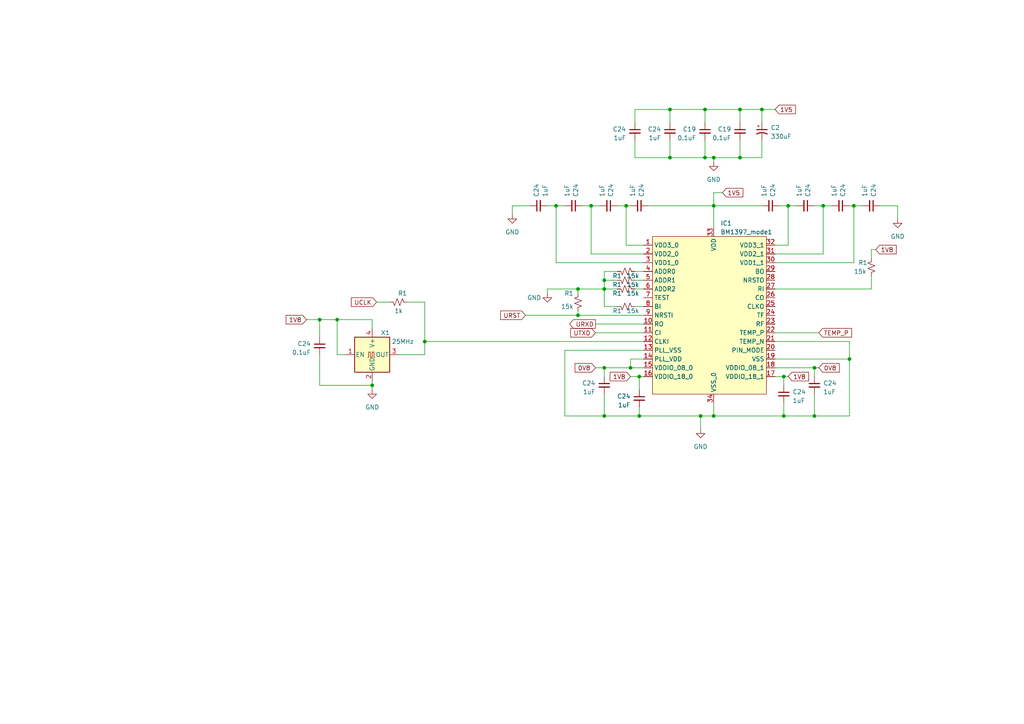
<source format=kicad_sch>
(kicad_sch (version 20230121) (generator eeschema)

  (uuid e45a77eb-04ba-43e8-ae8f-7a2aa1761742)

  (paper "A4")

  (lib_symbols
    (symbol "Device:C_Polarized_Small_US" (pin_numbers hide) (pin_names (offset 0.254) hide) (in_bom yes) (on_board yes)
      (property "Reference" "C" (at 0.254 1.778 0)
        (effects (font (size 1.27 1.27)) (justify left))
      )
      (property "Value" "C_Polarized_Small_US" (at 0.254 -2.032 0)
        (effects (font (size 1.27 1.27)) (justify left))
      )
      (property "Footprint" "" (at 0 0 0)
        (effects (font (size 1.27 1.27)) hide)
      )
      (property "Datasheet" "~" (at 0 0 0)
        (effects (font (size 1.27 1.27)) hide)
      )
      (property "ki_keywords" "cap capacitor" (at 0 0 0)
        (effects (font (size 1.27 1.27)) hide)
      )
      (property "ki_description" "Polarized capacitor, small US symbol" (at 0 0 0)
        (effects (font (size 1.27 1.27)) hide)
      )
      (property "ki_fp_filters" "CP_*" (at 0 0 0)
        (effects (font (size 1.27 1.27)) hide)
      )
      (symbol "C_Polarized_Small_US_0_1"
        (polyline
          (pts
            (xy -1.524 0.508)
            (xy 1.524 0.508)
          )
          (stroke (width 0.3048) (type default))
          (fill (type none))
        )
        (polyline
          (pts
            (xy -1.27 1.524)
            (xy -0.762 1.524)
          )
          (stroke (width 0) (type default))
          (fill (type none))
        )
        (polyline
          (pts
            (xy -1.016 1.27)
            (xy -1.016 1.778)
          )
          (stroke (width 0) (type default))
          (fill (type none))
        )
        (arc (start 1.524 -0.762) (mid 0 -0.3734) (end -1.524 -0.762)
          (stroke (width 0.3048) (type default))
          (fill (type none))
        )
      )
      (symbol "C_Polarized_Small_US_1_1"
        (pin passive line (at 0 2.54 270) (length 2.032)
          (name "~" (effects (font (size 1.27 1.27))))
          (number "1" (effects (font (size 1.27 1.27))))
        )
        (pin passive line (at 0 -2.54 90) (length 2.032)
          (name "~" (effects (font (size 1.27 1.27))))
          (number "2" (effects (font (size 1.27 1.27))))
        )
      )
    )
    (symbol "Device:C_Small" (pin_numbers hide) (pin_names (offset 0.254) hide) (in_bom yes) (on_board yes)
      (property "Reference" "C" (at 0.254 1.778 0)
        (effects (font (size 1.27 1.27)) (justify left))
      )
      (property "Value" "C_Small" (at 0.254 -2.032 0)
        (effects (font (size 1.27 1.27)) (justify left))
      )
      (property "Footprint" "" (at 0 0 0)
        (effects (font (size 1.27 1.27)) hide)
      )
      (property "Datasheet" "~" (at 0 0 0)
        (effects (font (size 1.27 1.27)) hide)
      )
      (property "ki_keywords" "capacitor cap" (at 0 0 0)
        (effects (font (size 1.27 1.27)) hide)
      )
      (property "ki_description" "Unpolarized capacitor, small symbol" (at 0 0 0)
        (effects (font (size 1.27 1.27)) hide)
      )
      (property "ki_fp_filters" "C_*" (at 0 0 0)
        (effects (font (size 1.27 1.27)) hide)
      )
      (symbol "C_Small_0_1"
        (polyline
          (pts
            (xy -1.524 -0.508)
            (xy 1.524 -0.508)
          )
          (stroke (width 0.3302) (type default))
          (fill (type none))
        )
        (polyline
          (pts
            (xy -1.524 0.508)
            (xy 1.524 0.508)
          )
          (stroke (width 0.3048) (type default))
          (fill (type none))
        )
      )
      (symbol "C_Small_1_1"
        (pin passive line (at 0 2.54 270) (length 2.032)
          (name "~" (effects (font (size 1.27 1.27))))
          (number "1" (effects (font (size 1.27 1.27))))
        )
        (pin passive line (at 0 -2.54 90) (length 2.032)
          (name "~" (effects (font (size 1.27 1.27))))
          (number "2" (effects (font (size 1.27 1.27))))
        )
      )
    )
    (symbol "Device:R_Small_US" (pin_numbers hide) (pin_names (offset 0.254) hide) (in_bom yes) (on_board yes)
      (property "Reference" "R" (at 0.762 0.508 0)
        (effects (font (size 1.27 1.27)) (justify left))
      )
      (property "Value" "R_Small_US" (at 0.762 -1.016 0)
        (effects (font (size 1.27 1.27)) (justify left))
      )
      (property "Footprint" "" (at 0 0 0)
        (effects (font (size 1.27 1.27)) hide)
      )
      (property "Datasheet" "~" (at 0 0 0)
        (effects (font (size 1.27 1.27)) hide)
      )
      (property "ki_keywords" "r resistor" (at 0 0 0)
        (effects (font (size 1.27 1.27)) hide)
      )
      (property "ki_description" "Resistor, small US symbol" (at 0 0 0)
        (effects (font (size 1.27 1.27)) hide)
      )
      (property "ki_fp_filters" "R_*" (at 0 0 0)
        (effects (font (size 1.27 1.27)) hide)
      )
      (symbol "R_Small_US_1_1"
        (polyline
          (pts
            (xy 0 0)
            (xy 1.016 -0.381)
            (xy 0 -0.762)
            (xy -1.016 -1.143)
            (xy 0 -1.524)
          )
          (stroke (width 0) (type default))
          (fill (type none))
        )
        (polyline
          (pts
            (xy 0 1.524)
            (xy 1.016 1.143)
            (xy 0 0.762)
            (xy -1.016 0.381)
            (xy 0 0)
          )
          (stroke (width 0) (type default))
          (fill (type none))
        )
        (pin passive line (at 0 2.54 270) (length 1.016)
          (name "~" (effects (font (size 1.27 1.27))))
          (number "1" (effects (font (size 1.27 1.27))))
        )
        (pin passive line (at 0 -2.54 90) (length 1.016)
          (name "~" (effects (font (size 1.27 1.27))))
          (number "2" (effects (font (size 1.27 1.27))))
        )
      )
    )
    (symbol "Oscillator:XO32" (pin_names (offset 0.254)) (in_bom yes) (on_board yes)
      (property "Reference" "X" (at -5.08 6.35 0)
        (effects (font (size 1.27 1.27)) (justify left))
      )
      (property "Value" "XO32" (at 1.27 -6.35 0)
        (effects (font (size 1.27 1.27)) (justify left))
      )
      (property "Footprint" "Oscillator:Oscillator_SMD_EuroQuartz_XO32-4Pin_3.2x2.5mm" (at 17.78 -8.89 0)
        (effects (font (size 1.27 1.27)) hide)
      )
      (property "Datasheet" "http://cdn-reichelt.de/documents/datenblatt/B400/XO32.pdf" (at -2.54 0 0)
        (effects (font (size 1.27 1.27)) hide)
      )
      (property "ki_keywords" "Crystal Clock Oscillator" (at 0 0 0)
        (effects (font (size 1.27 1.27)) hide)
      )
      (property "ki_description" "HCMOS Clock Oscillator" (at 0 0 0)
        (effects (font (size 1.27 1.27)) hide)
      )
      (property "ki_fp_filters" "Oscillator*SMD*EuroQuartz*XO32*3.2x2.5mm*" (at 0 0 0)
        (effects (font (size 1.27 1.27)) hide)
      )
      (symbol "XO32_0_1"
        (rectangle (start -5.08 5.08) (end 5.08 -5.08)
          (stroke (width 0.254) (type default))
          (fill (type background))
        )
        (polyline
          (pts
            (xy -1.27 -0.762)
            (xy -1.016 -0.762)
            (xy -1.016 0.762)
            (xy -0.508 0.762)
            (xy -0.508 -0.762)
            (xy 0 -0.762)
            (xy 0 0.762)
            (xy 0.508 0.762)
            (xy 0.508 -0.762)
            (xy 0.762 -0.762)
          )
          (stroke (width 0) (type default))
          (fill (type none))
        )
      )
      (symbol "XO32_1_1"
        (pin input line (at -7.62 0 0) (length 2.54)
          (name "EN" (effects (font (size 1.27 1.27))))
          (number "1" (effects (font (size 1.27 1.27))))
        )
        (pin power_in line (at 0 -7.62 90) (length 2.54)
          (name "GND" (effects (font (size 1.27 1.27))))
          (number "2" (effects (font (size 1.27 1.27))))
        )
        (pin output line (at 7.62 0 180) (length 2.54)
          (name "OUT" (effects (font (size 1.27 1.27))))
          (number "3" (effects (font (size 1.27 1.27))))
        )
        (pin power_in line (at 0 7.62 270) (length 2.54)
          (name "V+" (effects (font (size 1.27 1.27))))
          (number "4" (effects (font (size 1.27 1.27))))
        )
      )
    )
    (symbol "antminer:BM1397_mode1" (in_bom yes) (on_board yes)
      (property "Reference" "IC" (at -17.78 17.78 0)
        (effects (font (size 1.27 1.27)) (justify left bottom))
      )
      (property "Value" "BM1397_mode1" (at -17.78 -30.48 0)
        (effects (font (size 1.27 1.27)) (justify left bottom))
      )
      (property "Footprint" "" (at 0 0 0)
        (effects (font (size 1.27 1.27)) hide)
      )
      (property "Datasheet" "" (at 0 0 0)
        (effects (font (size 1.27 1.27)) hide)
      )
      (property "ki_locked" "" (at 0 0 0)
        (effects (font (size 1.27 1.27)))
      )
      (symbol "BM1397_mode1_1_0"
        (pin bidirectional line (at -20.32 15.24 0) (length 2.54)
          (name "VDD3_0" (effects (font (size 1.27 1.27))))
          (number "1" (effects (font (size 1.27 1.27))))
        )
        (pin bidirectional line (at -20.32 -7.62 0) (length 2.54)
          (name "RO" (effects (font (size 1.27 1.27))))
          (number "10" (effects (font (size 1.27 1.27))))
        )
        (pin bidirectional line (at -20.32 -10.16 0) (length 2.54)
          (name "CI" (effects (font (size 1.27 1.27))))
          (number "11" (effects (font (size 1.27 1.27))))
        )
        (pin bidirectional line (at -20.32 -12.7 0) (length 2.54)
          (name "CLKI" (effects (font (size 1.27 1.27))))
          (number "12" (effects (font (size 1.27 1.27))))
        )
        (pin bidirectional line (at -20.32 -15.24 0) (length 2.54)
          (name "PLL_VSS" (effects (font (size 1.27 1.27))))
          (number "13" (effects (font (size 1.27 1.27))))
        )
        (pin bidirectional line (at -20.32 -17.78 0) (length 2.54)
          (name "PLL_VDD" (effects (font (size 1.27 1.27))))
          (number "14" (effects (font (size 1.27 1.27))))
        )
        (pin bidirectional line (at -20.32 -20.32 0) (length 2.54)
          (name "VDDIO_08_0" (effects (font (size 1.27 1.27))))
          (number "15" (effects (font (size 1.27 1.27))))
        )
        (pin bidirectional line (at -20.32 -22.86 0) (length 2.54)
          (name "VDDIO_18_0" (effects (font (size 1.27 1.27))))
          (number "16" (effects (font (size 1.27 1.27))))
        )
        (pin bidirectional line (at 17.78 -22.86 180) (length 2.54)
          (name "VDDIO_18_1" (effects (font (size 1.27 1.27))))
          (number "17" (effects (font (size 1.27 1.27))))
        )
        (pin bidirectional line (at 17.78 -20.32 180) (length 2.54)
          (name "VDDIO_08_1" (effects (font (size 1.27 1.27))))
          (number "18" (effects (font (size 1.27 1.27))))
        )
        (pin bidirectional line (at 17.78 -17.78 180) (length 2.54)
          (name "VSS" (effects (font (size 1.27 1.27))))
          (number "19" (effects (font (size 1.27 1.27))))
        )
        (pin bidirectional line (at -20.32 12.7 0) (length 2.54)
          (name "VDD2_0" (effects (font (size 1.27 1.27))))
          (number "2" (effects (font (size 1.27 1.27))))
        )
        (pin bidirectional line (at 17.78 -15.24 180) (length 2.54)
          (name "PIN_MODE" (effects (font (size 1.27 1.27))))
          (number "20" (effects (font (size 1.27 1.27))))
        )
        (pin bidirectional line (at 17.78 -12.7 180) (length 2.54)
          (name "TEMP_N" (effects (font (size 1.27 1.27))))
          (number "21" (effects (font (size 1.27 1.27))))
        )
        (pin bidirectional line (at 17.78 -10.16 180) (length 2.54)
          (name "TEMP_P" (effects (font (size 1.27 1.27))))
          (number "22" (effects (font (size 1.27 1.27))))
        )
        (pin bidirectional line (at 17.78 -7.62 180) (length 2.54)
          (name "RF" (effects (font (size 1.27 1.27))))
          (number "23" (effects (font (size 1.27 1.27))))
        )
        (pin bidirectional line (at 17.78 -5.08 180) (length 2.54)
          (name "TF" (effects (font (size 1.27 1.27))))
          (number "24" (effects (font (size 1.27 1.27))))
        )
        (pin bidirectional line (at 17.78 -2.54 180) (length 2.54)
          (name "CLKO" (effects (font (size 1.27 1.27))))
          (number "25" (effects (font (size 1.27 1.27))))
        )
        (pin bidirectional line (at 17.78 0 180) (length 2.54)
          (name "CO" (effects (font (size 1.27 1.27))))
          (number "26" (effects (font (size 1.27 1.27))))
        )
        (pin bidirectional line (at 17.78 2.54 180) (length 2.54)
          (name "RI" (effects (font (size 1.27 1.27))))
          (number "27" (effects (font (size 1.27 1.27))))
        )
        (pin bidirectional line (at 17.78 5.08 180) (length 2.54)
          (name "NRSTO" (effects (font (size 1.27 1.27))))
          (number "28" (effects (font (size 1.27 1.27))))
        )
        (pin bidirectional line (at 17.78 7.62 180) (length 2.54)
          (name "BO" (effects (font (size 1.27 1.27))))
          (number "29" (effects (font (size 1.27 1.27))))
        )
        (pin bidirectional line (at -20.32 10.16 0) (length 2.54)
          (name "VDD1_0" (effects (font (size 1.27 1.27))))
          (number "3" (effects (font (size 1.27 1.27))))
        )
        (pin bidirectional line (at 17.78 10.16 180) (length 2.54)
          (name "VDD1_1" (effects (font (size 1.27 1.27))))
          (number "30" (effects (font (size 1.27 1.27))))
        )
        (pin bidirectional line (at 17.78 12.7 180) (length 2.54)
          (name "VDD2_1" (effects (font (size 1.27 1.27))))
          (number "31" (effects (font (size 1.27 1.27))))
        )
        (pin bidirectional line (at 17.78 15.24 180) (length 2.54)
          (name "VDD3_1" (effects (font (size 1.27 1.27))))
          (number "32" (effects (font (size 1.27 1.27))))
        )
        (pin bidirectional line (at 0 20.32 270) (length 2.54)
          (name "VDD" (effects (font (size 1.27 1.27))))
          (number "33" (effects (font (size 1.27 1.27))))
        )
        (pin bidirectional line (at 0 -30.48 90) (length 2.54)
          (name "VSS_0" (effects (font (size 1.27 1.27))))
          (number "34" (effects (font (size 1.27 1.27))))
        )
        (pin bidirectional line (at -20.32 7.62 0) (length 2.54)
          (name "ADDR0" (effects (font (size 1.27 1.27))))
          (number "4" (effects (font (size 1.27 1.27))))
        )
        (pin bidirectional line (at -20.32 5.08 0) (length 2.54)
          (name "ADDR1" (effects (font (size 1.27 1.27))))
          (number "5" (effects (font (size 1.27 1.27))))
        )
        (pin bidirectional line (at -20.32 2.54 0) (length 2.54)
          (name "ADDR2" (effects (font (size 1.27 1.27))))
          (number "6" (effects (font (size 1.27 1.27))))
        )
        (pin bidirectional line (at -20.32 0 0) (length 2.54)
          (name "TEST" (effects (font (size 1.27 1.27))))
          (number "7" (effects (font (size 1.27 1.27))))
        )
        (pin bidirectional line (at -20.32 -2.54 0) (length 2.54)
          (name "BI" (effects (font (size 1.27 1.27))))
          (number "8" (effects (font (size 1.27 1.27))))
        )
        (pin bidirectional line (at -20.32 -5.08 0) (length 2.54)
          (name "NRSTI" (effects (font (size 1.27 1.27))))
          (number "9" (effects (font (size 1.27 1.27))))
        )
      )
      (symbol "BM1397_mode1_1_1"
        (rectangle (start -17.78 17.78) (end 15.24 -27.94)
          (stroke (width 0.1524) (type default))
          (fill (type background))
        )
      )
    )
    (symbol "power:GND" (power) (pin_names (offset 0)) (in_bom yes) (on_board yes)
      (property "Reference" "#PWR" (at 0 -6.35 0)
        (effects (font (size 1.27 1.27)) hide)
      )
      (property "Value" "GND" (at 0 -3.81 0)
        (effects (font (size 1.27 1.27)))
      )
      (property "Footprint" "" (at 0 0 0)
        (effects (font (size 1.27 1.27)) hide)
      )
      (property "Datasheet" "" (at 0 0 0)
        (effects (font (size 1.27 1.27)) hide)
      )
      (property "ki_keywords" "global power" (at 0 0 0)
        (effects (font (size 1.27 1.27)) hide)
      )
      (property "ki_description" "Power symbol creates a global label with name \"GND\" , ground" (at 0 0 0)
        (effects (font (size 1.27 1.27)) hide)
      )
      (symbol "GND_0_1"
        (polyline
          (pts
            (xy 0 0)
            (xy 0 -1.27)
            (xy 1.27 -1.27)
            (xy 0 -2.54)
            (xy -1.27 -1.27)
            (xy 0 -1.27)
          )
          (stroke (width 0) (type default))
          (fill (type none))
        )
      )
      (symbol "GND_1_1"
        (pin power_in line (at 0 0 270) (length 0) hide
          (name "GND" (effects (font (size 1.27 1.27))))
          (number "1" (effects (font (size 1.27 1.27))))
        )
      )
    )
  )

  (junction (at 107.95 111.76) (diameter 0) (color 0 0 0 0)
    (uuid 05fe2180-23e5-4840-94cd-c088ee081d64)
  )
  (junction (at 97.79 92.71) (diameter 0) (color 0 0 0 0)
    (uuid 0c0d179f-f148-457d-b744-fb67905dbdff)
  )
  (junction (at 214.63 45.72) (diameter 0) (color 0 0 0 0)
    (uuid 1133c7c2-7519-44cf-9428-9ff384d8e3fa)
  )
  (junction (at 247.65 59.69) (diameter 0) (color 0 0 0 0)
    (uuid 152b65de-4fb9-45a9-a5d1-7ebc5a56efcf)
  )
  (junction (at 175.26 120.65) (diameter 0) (color 0 0 0 0)
    (uuid 1eda03a0-2a55-42e3-b743-ce882b341d13)
  )
  (junction (at 175.26 81.28) (diameter 0) (color 0 0 0 0)
    (uuid 1f8f77d3-0e58-4ff8-86a9-9837d0a804c4)
  )
  (junction (at 167.64 83.82) (diameter 0) (color 0 0 0 0)
    (uuid 29b59c7a-a844-409c-b7a2-39fd808f05e8)
  )
  (junction (at 185.42 120.65) (diameter 0) (color 0 0 0 0)
    (uuid 2d066894-ae03-451a-828c-53cc6fac00be)
  )
  (junction (at 161.29 59.69) (diameter 0) (color 0 0 0 0)
    (uuid 2f5b9a6a-c9bc-44cd-8ccd-c9483b8c9fd5)
  )
  (junction (at 220.98 31.75) (diameter 0) (color 0 0 0 0)
    (uuid 305c34d1-7ced-4046-a77f-a9331181f1c2)
  )
  (junction (at 227.33 120.65) (diameter 0) (color 0 0 0 0)
    (uuid 323368c9-08dd-405f-ba91-5ee5a364a8ed)
  )
  (junction (at 207.01 59.69) (diameter 0) (color 0 0 0 0)
    (uuid 33d467fb-89d0-4f96-a763-de23b2cabd55)
  )
  (junction (at 175.26 83.82) (diameter 0) (color 0 0 0 0)
    (uuid 40d788c8-8c88-4d35-9f31-4ca18ba447a5)
  )
  (junction (at 204.47 45.72) (diameter 0) (color 0 0 0 0)
    (uuid 40ff4dc0-e9d1-4fc0-b1cd-44da4ee14932)
  )
  (junction (at 182.88 106.68) (diameter 0) (color 0 0 0 0)
    (uuid 4f4be88a-f7af-4420-aa0b-4133af4ddf53)
  )
  (junction (at 227.33 109.22) (diameter 0) (color 0 0 0 0)
    (uuid 528ab256-d7af-4c82-840f-e35318289699)
  )
  (junction (at 171.45 59.69) (diameter 0) (color 0 0 0 0)
    (uuid 555bcfe8-9f72-4b27-a36f-339617c7a985)
  )
  (junction (at 167.64 91.44) (diameter 0) (color 0 0 0 0)
    (uuid 58da541d-18b6-41e4-b837-8af89796464a)
  )
  (junction (at 238.76 59.69) (diameter 0) (color 0 0 0 0)
    (uuid 8fc09c42-fe61-456a-a99d-ee112607e759)
  )
  (junction (at 228.6 59.69) (diameter 0) (color 0 0 0 0)
    (uuid b8c3749a-9f82-4b99-80e3-506cb7e1f321)
  )
  (junction (at 214.63 31.75) (diameter 0) (color 0 0 0 0)
    (uuid baa24291-2717-4865-a908-ba6e86e73659)
  )
  (junction (at 194.31 45.72) (diameter 0) (color 0 0 0 0)
    (uuid be931afe-0ad4-48a3-9b6e-a944b6e5e8e7)
  )
  (junction (at 92.71 92.71) (diameter 0) (color 0 0 0 0)
    (uuid c07f9623-25d3-4e72-b5c2-7d088192a045)
  )
  (junction (at 181.61 59.69) (diameter 0) (color 0 0 0 0)
    (uuid c2a7a55c-9e4f-4123-af2f-bd178f697ae6)
  )
  (junction (at 246.38 104.14) (diameter 0) (color 0 0 0 0)
    (uuid c9047c15-1366-4e03-9f3e-a0c7ffe4b681)
  )
  (junction (at 236.22 120.65) (diameter 0) (color 0 0 0 0)
    (uuid ca8c2881-3fcc-466c-bf0d-923810beaf19)
  )
  (junction (at 203.2 120.65) (diameter 0) (color 0 0 0 0)
    (uuid ce8020e6-b504-4cf8-8cd7-dca746d604cd)
  )
  (junction (at 236.22 106.68) (diameter 0) (color 0 0 0 0)
    (uuid d0470637-bc4d-441e-b982-f3a7c3d15127)
  )
  (junction (at 194.31 31.75) (diameter 0) (color 0 0 0 0)
    (uuid d3076e53-d91e-471b-8cc8-54eea41d0520)
  )
  (junction (at 207.01 45.72) (diameter 0) (color 0 0 0 0)
    (uuid d3c5d80b-42f0-4ec8-b178-ff80184179cb)
  )
  (junction (at 207.01 120.65) (diameter 0) (color 0 0 0 0)
    (uuid d62bc3ab-c282-4897-9883-7df10356a509)
  )
  (junction (at 185.42 109.22) (diameter 0) (color 0 0 0 0)
    (uuid d9451787-3131-459f-a80c-9b97b0504fc0)
  )
  (junction (at 123.19 99.06) (diameter 0) (color 0 0 0 0)
    (uuid e1e995c9-40a5-4b1f-8497-58444a592aed)
  )
  (junction (at 175.26 106.68) (diameter 0) (color 0 0 0 0)
    (uuid f23943fa-8035-4d30-ac5e-c26161db49c8)
  )
  (junction (at 204.47 31.75) (diameter 0) (color 0 0 0 0)
    (uuid fb6879e1-54a4-4c9f-8f77-d4f3c4b3bef7)
  )

  (wire (pts (xy 179.07 83.82) (xy 175.26 83.82))
    (stroke (width 0) (type default))
    (uuid 00b8d773-7339-4e91-9387-5fff1b8c3eb2)
  )
  (wire (pts (xy 207.01 46.99) (xy 207.01 45.72))
    (stroke (width 0) (type default))
    (uuid 027715cc-ae05-461a-a24a-684791a4cf64)
  )
  (wire (pts (xy 204.47 31.75) (xy 214.63 31.75))
    (stroke (width 0) (type default))
    (uuid 02b5dab7-5031-4a32-92bd-160ffc683a5f)
  )
  (wire (pts (xy 236.22 114.3) (xy 236.22 120.65))
    (stroke (width 0) (type default))
    (uuid 03b21c10-344e-4ce8-a965-fd94b76d8af0)
  )
  (wire (pts (xy 184.15 40.64) (xy 184.15 45.72))
    (stroke (width 0) (type default))
    (uuid 05c872a1-fbd3-48fd-8010-fad006b2ca56)
  )
  (wire (pts (xy 207.01 66.04) (xy 207.01 59.69))
    (stroke (width 0) (type default))
    (uuid 0715acf4-2ec8-4c0e-83a5-652638063366)
  )
  (wire (pts (xy 100.33 102.87) (xy 97.79 102.87))
    (stroke (width 0) (type default))
    (uuid 09610bae-dcc6-4d60-8911-0c50bd422cec)
  )
  (wire (pts (xy 92.71 92.71) (xy 97.79 92.71))
    (stroke (width 0) (type default))
    (uuid 0a0c49bd-c89e-4270-b67d-95af654f94ea)
  )
  (wire (pts (xy 171.45 59.69) (xy 173.99 59.69))
    (stroke (width 0) (type default))
    (uuid 0af7e490-74ca-48ab-a56a-31e8623f8f63)
  )
  (wire (pts (xy 228.6 71.12) (xy 228.6 59.69))
    (stroke (width 0) (type default))
    (uuid 0d4bcde9-473b-40dc-a4e8-b8a75fb33a73)
  )
  (wire (pts (xy 186.69 76.2) (xy 161.29 76.2))
    (stroke (width 0) (type default))
    (uuid 0e2ff359-8c9c-44e9-a20e-32e47f4f8b9d)
  )
  (wire (pts (xy 252.73 72.39) (xy 252.73 74.93))
    (stroke (width 0) (type default))
    (uuid 0eccc979-93e2-4825-8144-157da5c19e56)
  )
  (wire (pts (xy 194.31 40.64) (xy 194.31 45.72))
    (stroke (width 0) (type default))
    (uuid 12c242a9-6197-47c8-ad6d-241b7ee2046f)
  )
  (wire (pts (xy 167.64 90.17) (xy 167.64 91.44))
    (stroke (width 0) (type default))
    (uuid 131f86fe-0041-4c31-8ab6-2fae932e39ce)
  )
  (wire (pts (xy 92.71 111.76) (xy 107.95 111.76))
    (stroke (width 0) (type default))
    (uuid 15e5df8f-4c84-4c27-af28-420287416e1a)
  )
  (wire (pts (xy 123.19 99.06) (xy 186.69 99.06))
    (stroke (width 0) (type default))
    (uuid 18ff9b1d-0829-4cf8-bd9d-1fee096f2382)
  )
  (wire (pts (xy 148.59 59.69) (xy 148.59 62.23))
    (stroke (width 0) (type default))
    (uuid 1cd97071-ab23-4305-85cb-2a2242f673aa)
  )
  (wire (pts (xy 172.72 106.68) (xy 175.26 106.68))
    (stroke (width 0) (type default))
    (uuid 1e17ea32-9637-480e-b082-3a7a77e90cb7)
  )
  (wire (pts (xy 207.01 55.88) (xy 209.55 55.88))
    (stroke (width 0) (type default))
    (uuid 258a8668-9935-4853-a41d-df915444da4e)
  )
  (wire (pts (xy 123.19 102.87) (xy 123.19 99.06))
    (stroke (width 0) (type default))
    (uuid 283a34ea-d717-4565-8f61-7f4134169d45)
  )
  (wire (pts (xy 236.22 59.69) (xy 238.76 59.69))
    (stroke (width 0) (type default))
    (uuid 29c9b247-4801-4ad6-8181-bd0f4df00a1b)
  )
  (wire (pts (xy 203.2 124.46) (xy 203.2 120.65))
    (stroke (width 0) (type default))
    (uuid 2a6b73a4-fe86-4f09-8a70-4f2e8a484e54)
  )
  (wire (pts (xy 107.95 111.76) (xy 107.95 113.03))
    (stroke (width 0) (type default))
    (uuid 2b017ae1-85bb-4e29-8993-8631f687ece4)
  )
  (wire (pts (xy 207.01 120.65) (xy 207.01 116.84))
    (stroke (width 0) (type default))
    (uuid 2b22a8f4-cb1a-40c1-8ce7-4fe200a1007a)
  )
  (wire (pts (xy 184.15 35.56) (xy 184.15 31.75))
    (stroke (width 0) (type default))
    (uuid 2b8cda02-6361-43cb-8d2d-ad10a5dca485)
  )
  (wire (pts (xy 184.15 83.82) (xy 186.69 83.82))
    (stroke (width 0) (type default))
    (uuid 2eccb11d-d4f8-4d2f-b372-eb9419a2002c)
  )
  (wire (pts (xy 204.47 40.64) (xy 204.47 45.72))
    (stroke (width 0) (type default))
    (uuid 30f06e2c-db9f-4d9e-9c61-53b17c8e77db)
  )
  (wire (pts (xy 185.42 118.11) (xy 185.42 120.65))
    (stroke (width 0) (type default))
    (uuid 3695b214-6d34-48c0-9025-bd812d96d27c)
  )
  (wire (pts (xy 220.98 40.64) (xy 220.98 45.72))
    (stroke (width 0) (type default))
    (uuid 36aa05b5-2a1a-4605-b609-bd2cb7ffb024)
  )
  (wire (pts (xy 227.33 116.84) (xy 227.33 120.65))
    (stroke (width 0) (type default))
    (uuid 372973af-35d6-4a8e-a8d4-f7af92a829b7)
  )
  (wire (pts (xy 186.69 101.6) (xy 163.83 101.6))
    (stroke (width 0) (type default))
    (uuid 37c68ab7-c772-45e8-9d26-327efb216bff)
  )
  (wire (pts (xy 184.15 78.74) (xy 186.69 78.74))
    (stroke (width 0) (type default))
    (uuid 3f5bdb47-5a6c-4b33-9c28-0a627d549245)
  )
  (wire (pts (xy 207.01 59.69) (xy 220.98 59.69))
    (stroke (width 0) (type default))
    (uuid 4098cebd-efa4-438c-beb4-da4d93973977)
  )
  (wire (pts (xy 172.72 93.98) (xy 186.69 93.98))
    (stroke (width 0) (type default))
    (uuid 4099024e-5a64-4b3f-a74d-fde0de58d0cc)
  )
  (wire (pts (xy 224.79 99.06) (xy 246.38 99.06))
    (stroke (width 0) (type default))
    (uuid 45d5838a-9884-467e-9403-d4963f7d29a0)
  )
  (wire (pts (xy 181.61 71.12) (xy 181.61 59.69))
    (stroke (width 0) (type default))
    (uuid 4944e7c0-0fc9-4d24-8673-55eb3e3389c2)
  )
  (wire (pts (xy 184.15 45.72) (xy 194.31 45.72))
    (stroke (width 0) (type default))
    (uuid 5187a75b-a62a-4d3a-b894-173c08cfaa9f)
  )
  (wire (pts (xy 246.38 104.14) (xy 246.38 120.65))
    (stroke (width 0) (type default))
    (uuid 53dc2594-bc5d-4eaa-9d51-4182e4abb2a4)
  )
  (wire (pts (xy 224.79 83.82) (xy 252.73 83.82))
    (stroke (width 0) (type default))
    (uuid 5697558e-b629-46c9-bf24-b3d71c7e93d5)
  )
  (wire (pts (xy 236.22 106.68) (xy 236.22 109.22))
    (stroke (width 0) (type default))
    (uuid 5858d3d7-f9be-46bf-a18a-b433c590041c)
  )
  (wire (pts (xy 107.95 110.49) (xy 107.95 111.76))
    (stroke (width 0) (type default))
    (uuid 589fd03e-132f-445d-b857-bc8cb9ef80ee)
  )
  (wire (pts (xy 224.79 71.12) (xy 228.6 71.12))
    (stroke (width 0) (type default))
    (uuid 58f78582-d6b5-4592-999d-61814cb2ab34)
  )
  (wire (pts (xy 175.26 88.9) (xy 175.26 83.82))
    (stroke (width 0) (type default))
    (uuid 595bd25b-1e2e-4ba1-a33f-ac0dea3987ad)
  )
  (wire (pts (xy 254 72.39) (xy 252.73 72.39))
    (stroke (width 0) (type default))
    (uuid 59ef7c35-1cdd-4959-9409-0c1b714bbc95)
  )
  (wire (pts (xy 181.61 59.69) (xy 182.88 59.69))
    (stroke (width 0) (type default))
    (uuid 5dceb930-e3a0-4aba-ad11-5aa138c8e41e)
  )
  (wire (pts (xy 161.29 59.69) (xy 163.83 59.69))
    (stroke (width 0) (type default))
    (uuid 635d091b-9b1d-44da-8766-24070b29c472)
  )
  (wire (pts (xy 88.9 92.71) (xy 92.71 92.71))
    (stroke (width 0) (type default))
    (uuid 638fcaed-44f8-4b72-bc20-22550a403be9)
  )
  (wire (pts (xy 172.72 96.52) (xy 186.69 96.52))
    (stroke (width 0) (type default))
    (uuid 649da57d-d4f2-4637-9552-cb3231ec944f)
  )
  (wire (pts (xy 236.22 106.68) (xy 237.49 106.68))
    (stroke (width 0) (type default))
    (uuid 65075a04-1175-46a6-a7ec-798448745117)
  )
  (wire (pts (xy 255.27 59.69) (xy 260.35 59.69))
    (stroke (width 0) (type default))
    (uuid 6604dd16-22f4-4804-903b-00ac9c3c293e)
  )
  (wire (pts (xy 228.6 59.69) (xy 231.14 59.69))
    (stroke (width 0) (type default))
    (uuid 66242116-f8b6-4a44-8ce9-7f4e7530341f)
  )
  (wire (pts (xy 224.79 96.52) (xy 237.49 96.52))
    (stroke (width 0) (type default))
    (uuid 664b0f91-5591-4658-8448-62dd405638c2)
  )
  (wire (pts (xy 203.2 120.65) (xy 207.01 120.65))
    (stroke (width 0) (type default))
    (uuid 68da5b50-9fa0-45a0-9b1d-72f5b2f819fa)
  )
  (wire (pts (xy 92.71 97.79) (xy 92.71 92.71))
    (stroke (width 0) (type default))
    (uuid 6d13a823-8f4b-415b-b4f7-78ae18ce07b1)
  )
  (wire (pts (xy 175.26 106.68) (xy 175.26 109.22))
    (stroke (width 0) (type default))
    (uuid 700b2671-090f-4a7c-95cf-ded9b4d2594d)
  )
  (wire (pts (xy 123.19 87.63) (xy 123.19 99.06))
    (stroke (width 0) (type default))
    (uuid 7ae393ee-78a7-48e1-9658-0d0e6bfffa5f)
  )
  (wire (pts (xy 220.98 31.75) (xy 220.98 35.56))
    (stroke (width 0) (type default))
    (uuid 7b7bf2c1-c8bb-4892-82f8-7b9b73888a78)
  )
  (wire (pts (xy 184.15 31.75) (xy 194.31 31.75))
    (stroke (width 0) (type default))
    (uuid 80e51438-4d2b-4abd-aac8-06218c0d1395)
  )
  (wire (pts (xy 224.79 73.66) (xy 238.76 73.66))
    (stroke (width 0) (type default))
    (uuid 8113e1bd-e7a4-49b4-8557-152627d95077)
  )
  (wire (pts (xy 185.42 109.22) (xy 186.69 109.22))
    (stroke (width 0) (type default))
    (uuid 82af8ada-12e0-47ca-a367-e6fa9945f65f)
  )
  (wire (pts (xy 109.22 87.63) (xy 113.03 87.63))
    (stroke (width 0) (type default))
    (uuid 84aa281e-e42e-4118-8e5c-468f85e9ee3a)
  )
  (wire (pts (xy 182.88 109.22) (xy 185.42 109.22))
    (stroke (width 0) (type default))
    (uuid 850f2fd2-0032-425a-bd81-fcba57597d10)
  )
  (wire (pts (xy 246.38 120.65) (xy 236.22 120.65))
    (stroke (width 0) (type default))
    (uuid 85f0af3e-7547-4424-b1d4-6715040f3b97)
  )
  (wire (pts (xy 236.22 120.65) (xy 227.33 120.65))
    (stroke (width 0) (type default))
    (uuid 867a80e0-07a8-482f-9bfa-63bf12199f7c)
  )
  (wire (pts (xy 260.35 59.69) (xy 260.35 63.5))
    (stroke (width 0) (type default))
    (uuid 8d0e3d22-222a-4050-b6d9-8ee5138d9ba1)
  )
  (wire (pts (xy 214.63 35.56) (xy 214.63 31.75))
    (stroke (width 0) (type default))
    (uuid 9030c9a6-1c3a-40fa-9613-0953a94e9328)
  )
  (wire (pts (xy 158.75 59.69) (xy 161.29 59.69))
    (stroke (width 0) (type default))
    (uuid 914fd8d5-7c56-4ffb-b1e9-34c2b8a263e0)
  )
  (wire (pts (xy 184.15 81.28) (xy 186.69 81.28))
    (stroke (width 0) (type default))
    (uuid 95a0e82c-4f47-44ea-83f6-260cfa79fa8f)
  )
  (wire (pts (xy 175.26 114.3) (xy 175.26 120.65))
    (stroke (width 0) (type default))
    (uuid 96beeffc-120e-43ae-82f8-4c4475e3397a)
  )
  (wire (pts (xy 92.71 102.87) (xy 92.71 111.76))
    (stroke (width 0) (type default))
    (uuid 9807a9c2-3b20-4b1b-ba92-f2dcc59396bc)
  )
  (wire (pts (xy 214.63 40.64) (xy 214.63 45.72))
    (stroke (width 0) (type default))
    (uuid 9a850d53-46a2-488f-93cb-7948ba0f3ba7)
  )
  (wire (pts (xy 167.64 91.44) (xy 186.69 91.44))
    (stroke (width 0) (type default))
    (uuid 9acd0acf-8d71-4c28-804c-13978bdb82e5)
  )
  (wire (pts (xy 224.79 109.22) (xy 227.33 109.22))
    (stroke (width 0) (type default))
    (uuid 9b2cefe1-6b63-451a-8a9d-82070ce03d3a)
  )
  (wire (pts (xy 179.07 59.69) (xy 181.61 59.69))
    (stroke (width 0) (type default))
    (uuid a0257b25-3379-4147-8f04-eda9fe1648ae)
  )
  (wire (pts (xy 161.29 76.2) (xy 161.29 59.69))
    (stroke (width 0) (type default))
    (uuid a03735eb-10d8-46c1-999d-fa22f5d9c42f)
  )
  (wire (pts (xy 207.01 45.72) (xy 204.47 45.72))
    (stroke (width 0) (type default))
    (uuid a58f4ea9-4d5b-4ccb-92a8-d975d7ad14a9)
  )
  (wire (pts (xy 194.31 31.75) (xy 204.47 31.75))
    (stroke (width 0) (type default))
    (uuid a5fa42ad-6b89-4546-a13b-30e20634c339)
  )
  (wire (pts (xy 167.64 83.82) (xy 175.26 83.82))
    (stroke (width 0) (type default))
    (uuid a63c0247-2ae3-42a2-bf78-9e3ace98656c)
  )
  (wire (pts (xy 187.96 59.69) (xy 207.01 59.69))
    (stroke (width 0) (type default))
    (uuid a770fca2-bc8c-4f3e-bf10-4b4fd4422116)
  )
  (wire (pts (xy 158.75 83.82) (xy 167.64 83.82))
    (stroke (width 0) (type default))
    (uuid a784e490-ebfa-4bf0-aea0-761e8c66d94d)
  )
  (wire (pts (xy 115.57 102.87) (xy 123.19 102.87))
    (stroke (width 0) (type default))
    (uuid a862f333-282b-4bd8-8ffb-c713030b784d)
  )
  (wire (pts (xy 246.38 99.06) (xy 246.38 104.14))
    (stroke (width 0) (type default))
    (uuid a9233815-f598-4ab2-9f34-c125ed1a9ca3)
  )
  (wire (pts (xy 175.26 106.68) (xy 182.88 106.68))
    (stroke (width 0) (type default))
    (uuid aad91339-bb11-4fff-8b34-926ac8a549be)
  )
  (wire (pts (xy 214.63 45.72) (xy 207.01 45.72))
    (stroke (width 0) (type default))
    (uuid ab59f75d-0613-495b-b2dc-e402b26dcfc7)
  )
  (wire (pts (xy 179.07 88.9) (xy 175.26 88.9))
    (stroke (width 0) (type default))
    (uuid aeaf2a94-5936-45e8-9082-663b46eed524)
  )
  (wire (pts (xy 182.88 106.68) (xy 186.69 106.68))
    (stroke (width 0) (type default))
    (uuid b00fb172-5a54-4b34-b762-ac518aca694b)
  )
  (wire (pts (xy 163.83 101.6) (xy 163.83 120.65))
    (stroke (width 0) (type default))
    (uuid b1663e66-3582-41f2-bfb5-311871f2f741)
  )
  (wire (pts (xy 220.98 45.72) (xy 214.63 45.72))
    (stroke (width 0) (type default))
    (uuid b398887c-6e26-43a9-a896-f52c08ed1028)
  )
  (wire (pts (xy 184.15 88.9) (xy 186.69 88.9))
    (stroke (width 0) (type default))
    (uuid b59b48f4-318a-4bdf-ac9b-f63de10b1b76)
  )
  (wire (pts (xy 118.11 87.63) (xy 123.19 87.63))
    (stroke (width 0) (type default))
    (uuid b6781de9-7705-4024-b8c8-7cd5ae2af828)
  )
  (wire (pts (xy 158.75 83.82) (xy 158.75 85.09))
    (stroke (width 0) (type default))
    (uuid b73a95dc-76d1-47f8-ab28-d826f0b6c628)
  )
  (wire (pts (xy 152.4 91.44) (xy 167.64 91.44))
    (stroke (width 0) (type default))
    (uuid b7ec09e3-4e9d-4dcb-b63a-40a5401092ed)
  )
  (wire (pts (xy 226.06 59.69) (xy 228.6 59.69))
    (stroke (width 0) (type default))
    (uuid b8dbd356-406a-431a-b7c5-4015aae01b42)
  )
  (wire (pts (xy 194.31 31.75) (xy 194.31 35.56))
    (stroke (width 0) (type default))
    (uuid b95fabc2-8691-48b5-86a3-eb61bfef491f)
  )
  (wire (pts (xy 186.69 73.66) (xy 171.45 73.66))
    (stroke (width 0) (type default))
    (uuid bbfdea24-1fb5-44e8-ab5b-10d443377651)
  )
  (wire (pts (xy 220.98 31.75) (xy 224.79 31.75))
    (stroke (width 0) (type default))
    (uuid bc1206df-84b7-4047-a39e-e8c7b2eb4e7f)
  )
  (wire (pts (xy 186.69 104.14) (xy 182.88 104.14))
    (stroke (width 0) (type default))
    (uuid bdc44c91-d077-4038-bb17-cbf115216f51)
  )
  (wire (pts (xy 204.47 35.56) (xy 204.47 31.75))
    (stroke (width 0) (type default))
    (uuid befa8910-a4a3-4ab3-afe6-dd527058de08)
  )
  (wire (pts (xy 252.73 83.82) (xy 252.73 80.01))
    (stroke (width 0) (type default))
    (uuid bf294191-2cf9-4889-a405-ae8992d2a24b)
  )
  (wire (pts (xy 175.26 78.74) (xy 175.26 81.28))
    (stroke (width 0) (type default))
    (uuid c29a9c7e-a18b-45c4-ab16-a463945d8f5a)
  )
  (wire (pts (xy 171.45 73.66) (xy 171.45 59.69))
    (stroke (width 0) (type default))
    (uuid c7444374-467d-4c96-bdda-ea091f590ff1)
  )
  (wire (pts (xy 224.79 76.2) (xy 247.65 76.2))
    (stroke (width 0) (type default))
    (uuid c96a2909-8467-4272-90e7-9bf336218226)
  )
  (wire (pts (xy 175.26 120.65) (xy 185.42 120.65))
    (stroke (width 0) (type default))
    (uuid c9ed822f-3de7-44fa-9297-e35477dcaf03)
  )
  (wire (pts (xy 182.88 104.14) (xy 182.88 106.68))
    (stroke (width 0) (type default))
    (uuid ca8a88e1-860b-4cc4-9cdd-b065a8a7c0d6)
  )
  (wire (pts (xy 163.83 120.65) (xy 175.26 120.65))
    (stroke (width 0) (type default))
    (uuid d3faee36-f868-4964-a59a-9e987d1f067e)
  )
  (wire (pts (xy 238.76 59.69) (xy 241.3 59.69))
    (stroke (width 0) (type default))
    (uuid d4670a33-8049-4e41-830e-974f6fb185f5)
  )
  (wire (pts (xy 185.42 120.65) (xy 203.2 120.65))
    (stroke (width 0) (type default))
    (uuid d49e429d-4b4a-44a4-a0fd-a8dfd3ccb1b9)
  )
  (wire (pts (xy 97.79 92.71) (xy 107.95 92.71))
    (stroke (width 0) (type default))
    (uuid d51c843c-1f79-4616-b275-5d0de3b1e4bb)
  )
  (wire (pts (xy 167.64 85.09) (xy 167.64 83.82))
    (stroke (width 0) (type default))
    (uuid d960667b-c397-4103-9553-9a02bc78fd2e)
  )
  (wire (pts (xy 247.65 59.69) (xy 250.19 59.69))
    (stroke (width 0) (type default))
    (uuid dbe96ebe-e76f-40d4-9755-f98c0487973b)
  )
  (wire (pts (xy 246.38 59.69) (xy 247.65 59.69))
    (stroke (width 0) (type default))
    (uuid dd655d70-0d36-4f6c-8b11-828a34966f24)
  )
  (wire (pts (xy 194.31 45.72) (xy 204.47 45.72))
    (stroke (width 0) (type default))
    (uuid de3a6550-5693-4120-937b-5ae8211f79a1)
  )
  (wire (pts (xy 186.69 71.12) (xy 181.61 71.12))
    (stroke (width 0) (type default))
    (uuid df89b488-3f6c-436e-9e0f-7ad8c673c4d9)
  )
  (wire (pts (xy 224.79 104.14) (xy 246.38 104.14))
    (stroke (width 0) (type default))
    (uuid e1a18eaa-8f60-4f33-8f2b-2dfd4dfae00c)
  )
  (wire (pts (xy 214.63 31.75) (xy 220.98 31.75))
    (stroke (width 0) (type default))
    (uuid e362b5a2-3c20-4c6a-8f46-e491406368cc)
  )
  (wire (pts (xy 97.79 102.87) (xy 97.79 92.71))
    (stroke (width 0) (type default))
    (uuid e46d4e0f-7226-4a7a-855c-e85ee6c1778d)
  )
  (wire (pts (xy 153.67 59.69) (xy 148.59 59.69))
    (stroke (width 0) (type default))
    (uuid e5239489-29a9-4ef4-9201-cd8e998a0652)
  )
  (wire (pts (xy 227.33 109.22) (xy 228.6 109.22))
    (stroke (width 0) (type default))
    (uuid e76d23f1-8f6e-40cb-8e45-972d85821df5)
  )
  (wire (pts (xy 238.76 73.66) (xy 238.76 59.69))
    (stroke (width 0) (type default))
    (uuid e7d1e78e-7dfc-400e-857b-947a8757112e)
  )
  (wire (pts (xy 207.01 59.69) (xy 207.01 55.88))
    (stroke (width 0) (type default))
    (uuid eabfb436-b0ac-42b6-86c0-1946a721ba41)
  )
  (wire (pts (xy 175.26 81.28) (xy 175.26 83.82))
    (stroke (width 0) (type default))
    (uuid edec7e9d-ea4a-409e-b5fb-456dd49fc2f4)
  )
  (wire (pts (xy 227.33 109.22) (xy 227.33 111.76))
    (stroke (width 0) (type default))
    (uuid ee8c3431-f5d0-4d8e-86d9-90437d6462f6)
  )
  (wire (pts (xy 179.07 78.74) (xy 175.26 78.74))
    (stroke (width 0) (type default))
    (uuid f00a2fe0-dfcf-4f80-9d6d-d98fc82f2540)
  )
  (wire (pts (xy 107.95 92.71) (xy 107.95 95.25))
    (stroke (width 0) (type default))
    (uuid f0543ffc-44b8-4035-ba1f-ba99783896f4)
  )
  (wire (pts (xy 168.91 59.69) (xy 171.45 59.69))
    (stroke (width 0) (type default))
    (uuid f6c23b54-6b04-47cf-8495-a9a89fbbb8a2)
  )
  (wire (pts (xy 227.33 120.65) (xy 207.01 120.65))
    (stroke (width 0) (type default))
    (uuid fb282f65-8b0b-456a-bbca-b4df7af801c7)
  )
  (wire (pts (xy 247.65 76.2) (xy 247.65 59.69))
    (stroke (width 0) (type default))
    (uuid fbd4a0f6-38e1-4db6-901e-2cc014e68114)
  )
  (wire (pts (xy 224.79 106.68) (xy 236.22 106.68))
    (stroke (width 0) (type default))
    (uuid fc1913dd-80d2-4582-8421-ed540c5471f1)
  )
  (wire (pts (xy 185.42 113.03) (xy 185.42 109.22))
    (stroke (width 0) (type default))
    (uuid fdd390bc-90a4-4c8c-bc74-83370f8ab158)
  )
  (wire (pts (xy 179.07 81.28) (xy 175.26 81.28))
    (stroke (width 0) (type default))
    (uuid fe22ad66-694d-4f7f-ab0c-45a574631088)
  )

  (global_label "1V5" (shape input) (at 224.79 31.75 0) (fields_autoplaced)
    (effects (font (size 1.27 1.27)) (justify left))
    (uuid 0a003ac7-8209-4283-8c9e-468eae0cc3a0)
    (property "Intersheetrefs" "${INTERSHEET_REFS}" (at 231.2034 31.75 0)
      (effects (font (size 1.27 1.27)) (justify left) hide)
    )
  )
  (global_label "UCLK" (shape input) (at 109.22 87.63 180) (fields_autoplaced)
    (effects (font (size 1.27 1.27)) (justify right))
    (uuid 0c2f5ecc-7c8f-4b2a-bfe2-3580433b128b)
    (property "Intersheetrefs" "${INTERSHEET_REFS}" (at 101.4156 87.63 0)
      (effects (font (size 1.27 1.27)) (justify right) hide)
    )
  )
  (global_label "URXD" (shape output) (at 172.72 93.98 180) (fields_autoplaced)
    (effects (font (size 1.27 1.27)) (justify right))
    (uuid 214e0d41-8383-4df7-8914-c17ffe931d9c)
    (property "Intersheetrefs" "${INTERSHEET_REFS}" (at 164.7342 93.98 0)
      (effects (font (size 1.27 1.27)) (justify right) hide)
    )
  )
  (global_label "UTXD" (shape input) (at 172.72 96.52 180) (fields_autoplaced)
    (effects (font (size 1.27 1.27)) (justify right))
    (uuid 21766a9e-a33e-4ad8-a2e1-1caea209d019)
    (property "Intersheetrefs" "${INTERSHEET_REFS}" (at 165.0366 96.52 0)
      (effects (font (size 1.27 1.27)) (justify right) hide)
    )
  )
  (global_label "0V8" (shape input) (at 237.49 106.68 0) (fields_autoplaced)
    (effects (font (size 1.27 1.27)) (justify left))
    (uuid 2c3518e4-8e18-4ef5-8e44-6b9607329437)
    (property "Intersheetrefs" "${INTERSHEET_REFS}" (at 243.9034 106.68 0)
      (effects (font (size 1.27 1.27)) (justify left) hide)
    )
  )
  (global_label "1V5" (shape input) (at 209.55 55.88 0) (fields_autoplaced)
    (effects (font (size 1.27 1.27)) (justify left))
    (uuid 4e3089fa-bb59-4b84-9d4f-81fbbec542e2)
    (property "Intersheetrefs" "${INTERSHEET_REFS}" (at 215.9634 55.88 0)
      (effects (font (size 1.27 1.27)) (justify left) hide)
    )
  )
  (global_label "URST" (shape input) (at 152.4 91.44 180) (fields_autoplaced)
    (effects (font (size 1.27 1.27)) (justify right))
    (uuid c7bb6a91-4a22-4b40-b4d7-d414b7705a6d)
    (property "Intersheetrefs" "${INTERSHEET_REFS}" (at 144.7166 91.44 0)
      (effects (font (size 1.27 1.27)) (justify right) hide)
    )
  )
  (global_label "TEMP_P" (shape input) (at 237.49 96.52 0) (fields_autoplaced)
    (effects (font (size 1.27 1.27)) (justify left))
    (uuid cc6c7e05-9cd7-482a-bac6-3094b717615f)
    (property "Intersheetrefs" "${INTERSHEET_REFS}" (at 247.4714 96.52 0)
      (effects (font (size 1.27 1.27)) (justify left) hide)
    )
  )
  (global_label "1V8" (shape input) (at 228.6 109.22 0) (fields_autoplaced)
    (effects (font (size 1.27 1.27)) (justify left))
    (uuid de03ba74-ae94-45d7-bb8f-f65cd5bca6f7)
    (property "Intersheetrefs" "${INTERSHEET_REFS}" (at 235.0134 109.22 0)
      (effects (font (size 1.27 1.27)) (justify left) hide)
    )
  )
  (global_label "1V8" (shape input) (at 88.9 92.71 180) (fields_autoplaced)
    (effects (font (size 1.27 1.27)) (justify right))
    (uuid e4dac130-d85f-4ce0-97cf-58f0ee483317)
    (property "Intersheetrefs" "${INTERSHEET_REFS}" (at 82.4866 92.71 0)
      (effects (font (size 1.27 1.27)) (justify right) hide)
    )
  )
  (global_label "0V8" (shape input) (at 172.72 106.68 180) (fields_autoplaced)
    (effects (font (size 1.27 1.27)) (justify right))
    (uuid e77b6ed2-9327-47c3-83e7-de2ab28b3d1d)
    (property "Intersheetrefs" "${INTERSHEET_REFS}" (at 166.3066 106.68 0)
      (effects (font (size 1.27 1.27)) (justify right) hide)
    )
  )
  (global_label "1V8" (shape input) (at 254 72.39 0) (fields_autoplaced)
    (effects (font (size 1.27 1.27)) (justify left))
    (uuid f2966736-3309-46e9-ab1b-954985cf4d3b)
    (property "Intersheetrefs" "${INTERSHEET_REFS}" (at 260.4134 72.39 0)
      (effects (font (size 1.27 1.27)) (justify left) hide)
    )
  )
  (global_label "1V8" (shape input) (at 182.88 109.22 180) (fields_autoplaced)
    (effects (font (size 1.27 1.27)) (justify right))
    (uuid f6678318-0366-4bb6-9028-f53e0a5ebfd4)
    (property "Intersheetrefs" "${INTERSHEET_REFS}" (at 176.4666 109.22 0)
      (effects (font (size 1.27 1.27)) (justify right) hide)
    )
  )

  (symbol (lib_id "Device:C_Small") (at 166.37 59.69 270) (mirror x) (unit 1)
    (in_bom yes) (on_board yes) (dnp no)
    (uuid 00f17c68-88ea-41a7-93cc-0aee75698751)
    (property "Reference" "C24" (at 166.9987 57.15 0)
      (effects (font (size 1.27 1.27)) (justify left))
    )
    (property "Value" "1uF" (at 164.4587 57.15 0)
      (effects (font (size 1.27 1.27)) (justify left))
    )
    (property "Footprint" "Capacitor_SMD:C_0402_1005Metric" (at 166.37 59.69 0)
      (effects (font (size 1.27 1.27)) hide)
    )
    (property "Datasheet" "~" (at 166.37 59.69 0)
      (effects (font (size 1.27 1.27)) hide)
    )
    (property "DK" "1276-1010-1-ND" (at 166.37 59.69 0)
      (effects (font (size 1.27 1.27)) hide)
    )
    (pin "1" (uuid 20e25ed2-b165-4663-8c93-e8dd8b15c656))
    (pin "2" (uuid 3c456d33-54eb-4adf-a1cb-e10951b7a97c))
    (instances
      (project "mineapple-scale"
        (path "/9d1a6c31-bbaf-43f4-a770-54de3113e26d/4ef323a7-de52-4c29-be8f-27fef15d8322"
          (reference "C24") (unit 1)
        )
        (path "/9d1a6c31-bbaf-43f4-a770-54de3113e26d/b3db0bd2-f147-4382-8595-de3e68ec72d3"
          (reference "C42") (unit 1)
        )
      )
    )
  )

  (symbol (lib_id "Device:C_Small") (at 176.53 59.69 270) (mirror x) (unit 1)
    (in_bom yes) (on_board yes) (dnp no)
    (uuid 0251b15b-04f8-4e80-ac5f-a35480c6ce1c)
    (property "Reference" "C24" (at 177.1587 57.15 0)
      (effects (font (size 1.27 1.27)) (justify left))
    )
    (property "Value" "1uF" (at 174.6187 57.15 0)
      (effects (font (size 1.27 1.27)) (justify left))
    )
    (property "Footprint" "Capacitor_SMD:C_0402_1005Metric" (at 176.53 59.69 0)
      (effects (font (size 1.27 1.27)) hide)
    )
    (property "Datasheet" "~" (at 176.53 59.69 0)
      (effects (font (size 1.27 1.27)) hide)
    )
    (property "DK" "1276-1010-1-ND" (at 176.53 59.69 0)
      (effects (font (size 1.27 1.27)) hide)
    )
    (pin "1" (uuid 8864a1c4-6195-4add-b9ab-13306e54b195))
    (pin "2" (uuid 2e42cd61-1e7f-4830-b0e9-ff9b2dc36662))
    (instances
      (project "mineapple-scale"
        (path "/9d1a6c31-bbaf-43f4-a770-54de3113e26d/4ef323a7-de52-4c29-be8f-27fef15d8322"
          (reference "C24") (unit 1)
        )
        (path "/9d1a6c31-bbaf-43f4-a770-54de3113e26d/b3db0bd2-f147-4382-8595-de3e68ec72d3"
          (reference "C41") (unit 1)
        )
      )
    )
  )

  (symbol (lib_id "Device:C_Small") (at 233.68 59.69 270) (mirror x) (unit 1)
    (in_bom yes) (on_board yes) (dnp no)
    (uuid 0b20f179-4418-403d-bfe1-4bf23660e7bc)
    (property "Reference" "C24" (at 234.3087 57.15 0)
      (effects (font (size 1.27 1.27)) (justify left))
    )
    (property "Value" "1uF" (at 231.7687 57.15 0)
      (effects (font (size 1.27 1.27)) (justify left))
    )
    (property "Footprint" "Capacitor_SMD:C_0402_1005Metric" (at 233.68 59.69 0)
      (effects (font (size 1.27 1.27)) hide)
    )
    (property "Datasheet" "~" (at 233.68 59.69 0)
      (effects (font (size 1.27 1.27)) hide)
    )
    (property "DK" "1276-1010-1-ND" (at 233.68 59.69 0)
      (effects (font (size 1.27 1.27)) hide)
    )
    (pin "1" (uuid e9014a76-2a7f-4390-aa39-d926db7527cc))
    (pin "2" (uuid a5a76051-5c67-4de4-b568-fee5bd8e143d))
    (instances
      (project "mineapple-scale"
        (path "/9d1a6c31-bbaf-43f4-a770-54de3113e26d/4ef323a7-de52-4c29-be8f-27fef15d8322"
          (reference "C24") (unit 1)
        )
        (path "/9d1a6c31-bbaf-43f4-a770-54de3113e26d/b3db0bd2-f147-4382-8595-de3e68ec72d3"
          (reference "C45") (unit 1)
        )
      )
    )
  )

  (symbol (lib_id "power:GND") (at 158.75 85.09 0) (unit 1)
    (in_bom yes) (on_board yes) (dnp no)
    (uuid 1d9aaedb-697b-446f-b863-996bc70f8ba9)
    (property "Reference" "#PWR08" (at 158.75 91.44 0)
      (effects (font (size 1.27 1.27)) hide)
    )
    (property "Value" "GND" (at 154.94 86.36 0)
      (effects (font (size 1.27 1.27)))
    )
    (property "Footprint" "" (at 158.75 85.09 0)
      (effects (font (size 1.27 1.27)) hide)
    )
    (property "Datasheet" "" (at 158.75 85.09 0)
      (effects (font (size 1.27 1.27)) hide)
    )
    (pin "1" (uuid 0ac1239a-8ffa-45e9-8b8a-b64aec1b7106))
    (instances
      (project "mineapple-scale"
        (path "/9d1a6c31-bbaf-43f4-a770-54de3113e26d/4ef323a7-de52-4c29-be8f-27fef15d8322"
          (reference "#PWR08") (unit 1)
        )
        (path "/9d1a6c31-bbaf-43f4-a770-54de3113e26d/b3db0bd2-f147-4382-8595-de3e68ec72d3"
          (reference "#PWR027") (unit 1)
        )
      )
    )
  )

  (symbol (lib_id "Device:C_Small") (at 194.31 38.1 0) (mirror y) (unit 1)
    (in_bom yes) (on_board yes) (dnp no)
    (uuid 2e383686-7f7a-4313-b3e2-42cf75836f24)
    (property "Reference" "C24" (at 191.77 37.4713 0)
      (effects (font (size 1.27 1.27)) (justify left))
    )
    (property "Value" "1uF" (at 191.77 40.0113 0)
      (effects (font (size 1.27 1.27)) (justify left))
    )
    (property "Footprint" "Capacitor_SMD:C_0402_1005Metric" (at 194.31 38.1 0)
      (effects (font (size 1.27 1.27)) hide)
    )
    (property "Datasheet" "~" (at 194.31 38.1 0)
      (effects (font (size 1.27 1.27)) hide)
    )
    (property "DK" "1276-1010-1-ND" (at 194.31 38.1 0)
      (effects (font (size 1.27 1.27)) hide)
    )
    (pin "1" (uuid 66a72176-95b4-467a-b82f-d7a1b689cb6b))
    (pin "2" (uuid 6aab939e-c351-4a1a-b17b-2aa81f88fc33))
    (instances
      (project "mineapple-scale"
        (path "/9d1a6c31-bbaf-43f4-a770-54de3113e26d/4ef323a7-de52-4c29-be8f-27fef15d8322"
          (reference "C24") (unit 1)
        )
        (path "/9d1a6c31-bbaf-43f4-a770-54de3113e26d/b3db0bd2-f147-4382-8595-de3e68ec72d3"
          (reference "C35") (unit 1)
        )
      )
    )
  )

  (symbol (lib_id "power:GND") (at 107.95 113.03 0) (unit 1)
    (in_bom yes) (on_board yes) (dnp no) (fields_autoplaced)
    (uuid 2e40bd6b-89c1-45ab-b0f9-1a295cf7bc94)
    (property "Reference" "#PWR08" (at 107.95 119.38 0)
      (effects (font (size 1.27 1.27)) hide)
    )
    (property "Value" "GND" (at 107.95 118.11 0)
      (effects (font (size 1.27 1.27)))
    )
    (property "Footprint" "" (at 107.95 113.03 0)
      (effects (font (size 1.27 1.27)) hide)
    )
    (property "Datasheet" "" (at 107.95 113.03 0)
      (effects (font (size 1.27 1.27)) hide)
    )
    (pin "1" (uuid 59ce123b-0112-485e-a318-f8c15aee6958))
    (instances
      (project "mineapple-scale"
        (path "/9d1a6c31-bbaf-43f4-a770-54de3113e26d/4ef323a7-de52-4c29-be8f-27fef15d8322"
          (reference "#PWR08") (unit 1)
        )
        (path "/9d1a6c31-bbaf-43f4-a770-54de3113e26d/b3db0bd2-f147-4382-8595-de3e68ec72d3"
          (reference "#PWR022") (unit 1)
        )
      )
    )
  )

  (symbol (lib_id "Device:C_Small") (at 92.71 100.33 0) (mirror y) (unit 1)
    (in_bom yes) (on_board yes) (dnp no)
    (uuid 3027013e-7b71-463e-99af-97fb1fe57f18)
    (property "Reference" "C24" (at 90.17 99.7013 0)
      (effects (font (size 1.27 1.27)) (justify left))
    )
    (property "Value" "0.1uF" (at 90.17 102.2413 0)
      (effects (font (size 1.27 1.27)) (justify left))
    )
    (property "Footprint" "Capacitor_SMD:C_0402_1005Metric" (at 92.71 100.33 0)
      (effects (font (size 1.27 1.27)) hide)
    )
    (property "Datasheet" "~" (at 92.71 100.33 0)
      (effects (font (size 1.27 1.27)) hide)
    )
    (property "DK" "1276-1043-1-ND" (at 92.71 100.33 0)
      (effects (font (size 1.27 1.27)) hide)
    )
    (pin "1" (uuid 9b74766f-92ed-4de1-a46d-60ed08d073f8))
    (pin "2" (uuid fa0e5a1e-68a9-4c82-8d9c-a023d724c9e9))
    (instances
      (project "mineapple-scale"
        (path "/9d1a6c31-bbaf-43f4-a770-54de3113e26d/4ef323a7-de52-4c29-be8f-27fef15d8322"
          (reference "C24") (unit 1)
        )
        (path "/9d1a6c31-bbaf-43f4-a770-54de3113e26d/b3db0bd2-f147-4382-8595-de3e68ec72d3"
          (reference "C52") (unit 1)
        )
      )
    )
  )

  (symbol (lib_id "Device:R_Small_US") (at 115.57 87.63 90) (mirror x) (unit 1)
    (in_bom yes) (on_board yes) (dnp no)
    (uuid 3ab48cfe-7f47-42f6-8855-410edebe1731)
    (property "Reference" "R1" (at 118.11 85.09 90)
      (effects (font (size 1.27 1.27)) (justify left))
    )
    (property "Value" "1k" (at 116.84 90.17 90)
      (effects (font (size 1.27 1.27)) (justify left))
    )
    (property "Footprint" "Resistor_SMD:R_0402_1005Metric" (at 115.57 87.63 0)
      (effects (font (size 1.27 1.27)) hide)
    )
    (property "Datasheet" "~" (at 115.57 87.63 0)
      (effects (font (size 1.27 1.27)) hide)
    )
    (property "DK" "311-1.00KLRCT-ND" (at 115.57 87.63 0)
      (effects (font (size 1.27 1.27)) hide)
    )
    (pin "1" (uuid 9ac49872-4f0a-44ea-87c1-b67a8a2c119e))
    (pin "2" (uuid f470e779-c4e9-42cd-b2cd-8ebb5c3f567d))
    (instances
      (project "mineapple-scale"
        (path "/9d1a6c31-bbaf-43f4-a770-54de3113e26d/4ef323a7-de52-4c29-be8f-27fef15d8322"
          (reference "R1") (unit 1)
        )
        (path "/9d1a6c31-bbaf-43f4-a770-54de3113e26d/7214fc29-6c58-470b-8728-9fc705875e95"
          (reference "R9") (unit 1)
        )
        (path "/9d1a6c31-bbaf-43f4-a770-54de3113e26d/b3db0bd2-f147-4382-8595-de3e68ec72d3"
          (reference "R21") (unit 1)
        )
      )
    )
  )

  (symbol (lib_id "antminer:BM1397_mode1") (at 207.01 86.36 0) (unit 1)
    (in_bom yes) (on_board yes) (dnp no) (fields_autoplaced)
    (uuid 5129d9da-dd7b-4218-9e2f-9b50dea7ae24)
    (property "Reference" "IC1" (at 208.9659 64.77 0)
      (effects (font (size 1.27 1.27)) (justify left))
    )
    (property "Value" "BM1397_mode1" (at 208.9659 67.31 0)
      (effects (font (size 1.27 1.27)) (justify left))
    )
    (property "Footprint" "bitaxe:BM1397" (at 207.01 86.36 0)
      (effects (font (size 1.27 1.27)) hide)
    )
    (property "Datasheet" "" (at 207.01 86.36 0)
      (effects (font (size 1.27 1.27)) hide)
    )
    (pin "1" (uuid e1254b1d-c504-49c7-8ff2-a44a8dbeea61))
    (pin "10" (uuid 3ef7b9cd-2dc8-4aac-9be6-c3f086948546))
    (pin "11" (uuid 84e90ee7-8935-4212-9bb3-83ea0645c810))
    (pin "12" (uuid 14284450-5fdc-42eb-a262-07150af2ac31))
    (pin "13" (uuid 2fea0b70-b437-4bef-96aa-7a45b8565433))
    (pin "14" (uuid 23efc364-7844-4a84-ae12-959371044122))
    (pin "15" (uuid d5f577c3-c92f-44f2-bd88-9541e7799760))
    (pin "16" (uuid f8a11d66-d48b-44ff-b0cc-01da62f1d8e3))
    (pin "17" (uuid 82841ad1-4bdb-4c48-bd53-e3d67c403f6e))
    (pin "18" (uuid a91d88bf-c45b-41be-8760-8c9e16207939))
    (pin "19" (uuid 330f0c48-8ace-4302-846f-38fe38bba40d))
    (pin "2" (uuid fdaa02f6-67a2-42f0-94e1-8179f62037e3))
    (pin "20" (uuid 4275cbc1-60d0-451e-9667-f8bfe8fc1034))
    (pin "21" (uuid c38743e6-5859-4a0c-84cf-634c1a4499b1))
    (pin "22" (uuid 8fb7c569-ab1d-4537-9502-928868a52aca))
    (pin "23" (uuid 7fc25f1c-984a-40b1-8be9-03df953fdc1f))
    (pin "24" (uuid aec701d1-6899-457b-856f-a0aabd8dee27))
    (pin "25" (uuid 324fdbdb-fa7e-4850-a7dc-7ae7f0a1b665))
    (pin "26" (uuid 1bc3de94-09c0-4c79-b2c0-8570f8cccbe3))
    (pin "27" (uuid b513b1a1-a355-40d1-80a0-e3db9073f362))
    (pin "28" (uuid 2d79dee2-121d-447f-a2ec-d4e1e373f402))
    (pin "29" (uuid 23d25632-4c99-4e6c-9422-faf7a1c3d069))
    (pin "3" (uuid c561727b-8d63-40be-8580-5ad9c59014da))
    (pin "30" (uuid f63d5587-735a-400c-aadc-7f5e200e6d25))
    (pin "31" (uuid e8996614-f870-42f9-aecd-6b2ac6ab6a1a))
    (pin "32" (uuid 1db32273-1cd7-4123-b2f4-aac1259fc34f))
    (pin "33" (uuid 12bd7a8d-f9f6-45d6-b9b8-8fb9ac07518a))
    (pin "34" (uuid 1734aa5a-8235-4380-ae56-bf14fea7ffb7))
    (pin "4" (uuid 55ca9fbb-de99-42b6-8f1b-782d50ee8aca))
    (pin "5" (uuid 675ac20c-b968-4f34-9ebb-2560de70ae07))
    (pin "6" (uuid 5010614e-638c-4835-8cfd-ac4ed19d2492))
    (pin "7" (uuid 3250e70a-d10a-4355-af33-0f04e202a67d))
    (pin "8" (uuid 06b021f1-4ce3-4e80-93cc-cdf12372bd73))
    (pin "9" (uuid 53d53627-a1ec-42a1-9473-2e00d7fd2dd7))
    (instances
      (project "mineapple-scale"
        (path "/9d1a6c31-bbaf-43f4-a770-54de3113e26d/b3db0bd2-f147-4382-8595-de3e68ec72d3"
          (reference "IC1") (unit 1)
        )
      )
    )
  )

  (symbol (lib_id "Device:R_Small_US") (at 181.61 81.28 90) (mirror x) (unit 1)
    (in_bom yes) (on_board yes) (dnp no)
    (uuid 53bb3252-526e-4c77-9d6c-e5268fbd900a)
    (property "Reference" "R1" (at 180.34 82.55 90)
      (effects (font (size 1.27 1.27)) (justify left))
    )
    (property "Value" "15k" (at 185.42 82.55 90)
      (effects (font (size 1.27 1.27)) (justify left))
    )
    (property "Footprint" "Resistor_SMD:R_0402_1005Metric" (at 181.61 81.28 0)
      (effects (font (size 1.27 1.27)) hide)
    )
    (property "Datasheet" "~" (at 181.61 81.28 0)
      (effects (font (size 1.27 1.27)) hide)
    )
    (property "DK" "P15.0KLCT-ND" (at 181.61 81.28 0)
      (effects (font (size 1.27 1.27)) hide)
    )
    (pin "1" (uuid e6e0b18b-7936-4275-b195-e7539601b58c))
    (pin "2" (uuid 1bd8f07c-a7c4-4633-bd5f-f8cd7d995ef7))
    (instances
      (project "mineapple-scale"
        (path "/9d1a6c31-bbaf-43f4-a770-54de3113e26d/4ef323a7-de52-4c29-be8f-27fef15d8322"
          (reference "R1") (unit 1)
        )
        (path "/9d1a6c31-bbaf-43f4-a770-54de3113e26d/7214fc29-6c58-470b-8728-9fc705875e95"
          (reference "R9") (unit 1)
        )
        (path "/9d1a6c31-bbaf-43f4-a770-54de3113e26d/b3db0bd2-f147-4382-8595-de3e68ec72d3"
          (reference "R15") (unit 1)
        )
      )
    )
  )

  (symbol (lib_id "power:GND") (at 203.2 124.46 0) (unit 1)
    (in_bom yes) (on_board yes) (dnp no) (fields_autoplaced)
    (uuid 5d841fb1-4e28-4f06-ae83-5f5c80f1269d)
    (property "Reference" "#PWR08" (at 203.2 130.81 0)
      (effects (font (size 1.27 1.27)) hide)
    )
    (property "Value" "GND" (at 203.2 129.54 0)
      (effects (font (size 1.27 1.27)))
    )
    (property "Footprint" "" (at 203.2 124.46 0)
      (effects (font (size 1.27 1.27)) hide)
    )
    (property "Datasheet" "" (at 203.2 124.46 0)
      (effects (font (size 1.27 1.27)) hide)
    )
    (pin "1" (uuid 4f13b211-0a35-4e13-9e36-491f299ea382))
    (instances
      (project "mineapple-scale"
        (path "/9d1a6c31-bbaf-43f4-a770-54de3113e26d/4ef323a7-de52-4c29-be8f-27fef15d8322"
          (reference "#PWR08") (unit 1)
        )
        (path "/9d1a6c31-bbaf-43f4-a770-54de3113e26d/b3db0bd2-f147-4382-8595-de3e68ec72d3"
          (reference "#PWR016") (unit 1)
        )
      )
    )
  )

  (symbol (lib_id "Device:C_Small") (at 227.33 114.3 0) (unit 1)
    (in_bom yes) (on_board yes) (dnp no)
    (uuid 5dc322f9-55df-4f04-938a-108522b60001)
    (property "Reference" "C24" (at 229.87 113.6713 0)
      (effects (font (size 1.27 1.27)) (justify left))
    )
    (property "Value" "1uF" (at 229.87 116.2113 0)
      (effects (font (size 1.27 1.27)) (justify left))
    )
    (property "Footprint" "Capacitor_SMD:C_0402_1005Metric" (at 227.33 114.3 0)
      (effects (font (size 1.27 1.27)) hide)
    )
    (property "Datasheet" "~" (at 227.33 114.3 0)
      (effects (font (size 1.27 1.27)) hide)
    )
    (property "DK" "1276-1010-1-ND" (at 227.33 114.3 0)
      (effects (font (size 1.27 1.27)) hide)
    )
    (pin "1" (uuid ace8354f-d116-46f8-a00f-e352b33d91a1))
    (pin "2" (uuid 028b1447-41d1-44e9-9a9e-107a035a7851))
    (instances
      (project "mineapple-scale"
        (path "/9d1a6c31-bbaf-43f4-a770-54de3113e26d/4ef323a7-de52-4c29-be8f-27fef15d8322"
          (reference "C24") (unit 1)
        )
        (path "/9d1a6c31-bbaf-43f4-a770-54de3113e26d/b3db0bd2-f147-4382-8595-de3e68ec72d3"
          (reference "C50") (unit 1)
        )
      )
    )
  )

  (symbol (lib_id "Device:C_Small") (at 156.21 59.69 90) (unit 1)
    (in_bom yes) (on_board yes) (dnp no)
    (uuid 829fad85-96f0-44d8-9c4c-5cdec16645cc)
    (property "Reference" "C24" (at 155.5813 57.15 0)
      (effects (font (size 1.27 1.27)) (justify left))
    )
    (property "Value" "1uF" (at 158.1213 57.15 0)
      (effects (font (size 1.27 1.27)) (justify left))
    )
    (property "Footprint" "Capacitor_SMD:C_0402_1005Metric" (at 156.21 59.69 0)
      (effects (font (size 1.27 1.27)) hide)
    )
    (property "Datasheet" "~" (at 156.21 59.69 0)
      (effects (font (size 1.27 1.27)) hide)
    )
    (property "DK" "1276-1010-1-ND" (at 156.21 59.69 0)
      (effects (font (size 1.27 1.27)) hide)
    )
    (pin "1" (uuid 06e9bfd3-4166-4d78-b618-570023156579))
    (pin "2" (uuid 8b03c326-9b4c-4bd0-9d07-056a65427306))
    (instances
      (project "mineapple-scale"
        (path "/9d1a6c31-bbaf-43f4-a770-54de3113e26d/4ef323a7-de52-4c29-be8f-27fef15d8322"
          (reference "C24") (unit 1)
        )
        (path "/9d1a6c31-bbaf-43f4-a770-54de3113e26d/b3db0bd2-f147-4382-8595-de3e68ec72d3"
          (reference "C43") (unit 1)
        )
      )
    )
  )

  (symbol (lib_id "Device:C_Polarized_Small_US") (at 220.98 38.1 0) (unit 1)
    (in_bom yes) (on_board yes) (dnp no) (fields_autoplaced)
    (uuid 84ebba69-2d4d-4057-97f1-330cd2f66709)
    (property "Reference" "C2" (at 223.52 37.0332 0)
      (effects (font (size 1.27 1.27)) (justify left))
    )
    (property "Value" "330uF" (at 223.52 39.5732 0)
      (effects (font (size 1.27 1.27)) (justify left))
    )
    (property "Footprint" "Capacitor_Tantalum_SMD:CP_EIA-3528-21_Kemet-B" (at 220.98 38.1 0)
      (effects (font (size 1.27 1.27)) hide)
    )
    (property "Datasheet" "~" (at 220.98 38.1 0)
      (effects (font (size 1.27 1.27)) hide)
    )
    (property "DK" "399-T490B337M004ATE800CT-ND" (at 220.98 38.1 0)
      (effects (font (size 1.27 1.27)) hide)
    )
    (pin "1" (uuid 96709dd0-e66f-474c-af16-58e8507bcb4b))
    (pin "2" (uuid fdcd53c8-477a-4792-84ad-87e1d0d5bf2b))
    (instances
      (project "mineapple-scale"
        (path "/9d1a6c31-bbaf-43f4-a770-54de3113e26d/4ef323a7-de52-4c29-be8f-27fef15d8322"
          (reference "C2") (unit 1)
        )
        (path "/9d1a6c31-bbaf-43f4-a770-54de3113e26d/b3db0bd2-f147-4382-8595-de3e68ec72d3"
          (reference "C39") (unit 1)
        )
      )
    )
  )

  (symbol (lib_id "power:GND") (at 207.01 46.99 0) (unit 1)
    (in_bom yes) (on_board yes) (dnp no) (fields_autoplaced)
    (uuid 8c7b2729-a03d-45e9-a8d4-1aa49b909edf)
    (property "Reference" "#PWR08" (at 207.01 53.34 0)
      (effects (font (size 1.27 1.27)) hide)
    )
    (property "Value" "GND" (at 207.01 52.07 0)
      (effects (font (size 1.27 1.27)))
    )
    (property "Footprint" "" (at 207.01 46.99 0)
      (effects (font (size 1.27 1.27)) hide)
    )
    (property "Datasheet" "" (at 207.01 46.99 0)
      (effects (font (size 1.27 1.27)) hide)
    )
    (pin "1" (uuid 4d9c25ae-4865-456c-a628-9902a650afda))
    (instances
      (project "mineapple-scale"
        (path "/9d1a6c31-bbaf-43f4-a770-54de3113e26d/4ef323a7-de52-4c29-be8f-27fef15d8322"
          (reference "#PWR08") (unit 1)
        )
        (path "/9d1a6c31-bbaf-43f4-a770-54de3113e26d/b3db0bd2-f147-4382-8595-de3e68ec72d3"
          (reference "#PWR013") (unit 1)
        )
      )
    )
  )

  (symbol (lib_id "Device:C_Small") (at 175.26 111.76 0) (mirror y) (unit 1)
    (in_bom yes) (on_board yes) (dnp no)
    (uuid 98ef5b49-1285-4813-bb6c-3f8d279a7495)
    (property "Reference" "C24" (at 172.72 111.1313 0)
      (effects (font (size 1.27 1.27)) (justify left))
    )
    (property "Value" "1uF" (at 172.72 113.6713 0)
      (effects (font (size 1.27 1.27)) (justify left))
    )
    (property "Footprint" "Capacitor_SMD:C_0402_1005Metric" (at 175.26 111.76 0)
      (effects (font (size 1.27 1.27)) hide)
    )
    (property "Datasheet" "~" (at 175.26 111.76 0)
      (effects (font (size 1.27 1.27)) hide)
    )
    (property "DK" "1276-1010-1-ND" (at 175.26 111.76 0)
      (effects (font (size 1.27 1.27)) hide)
    )
    (pin "1" (uuid 0ae1d58b-bafa-40c9-8f2f-4474f2a50b0a))
    (pin "2" (uuid 5ed26799-fc52-4527-a587-3cb8e6c89c63))
    (instances
      (project "mineapple-scale"
        (path "/9d1a6c31-bbaf-43f4-a770-54de3113e26d/4ef323a7-de52-4c29-be8f-27fef15d8322"
          (reference "C24") (unit 1)
        )
        (path "/9d1a6c31-bbaf-43f4-a770-54de3113e26d/b3db0bd2-f147-4382-8595-de3e68ec72d3"
          (reference "C49") (unit 1)
        )
      )
    )
  )

  (symbol (lib_id "Oscillator:XO32") (at 107.95 102.87 0) (unit 1)
    (in_bom yes) (on_board yes) (dnp no)
    (uuid 9e9aba70-4be6-43e2-8361-b0876326c0cc)
    (property "Reference" "X1" (at 111.76 96.52 0)
      (effects (font (size 1.27 1.27)))
    )
    (property "Value" "25MHz" (at 116.84 99.06 0)
      (effects (font (size 1.27 1.27)))
    )
    (property "Footprint" "Oscillator:Oscillator_SMD_EuroQuartz_XO32-4Pin_3.2x2.5mm" (at 125.73 111.76 0)
      (effects (font (size 1.27 1.27)) hide)
    )
    (property "Datasheet" "http://cdn-reichelt.de/documents/datenblatt/B400/XO32.pdf" (at 105.41 102.87 0)
      (effects (font (size 1.27 1.27)) hide)
    )
    (property "DK" "1908-O250-JO32-B-1V3-1-T1-LFCT-ND" (at 107.95 102.87 0)
      (effects (font (size 1.27 1.27)) hide)
    )
    (pin "1" (uuid 8b75ea59-6774-4073-be5a-8e390caafac8))
    (pin "2" (uuid a6be84d0-e230-4b5a-a158-c8e5d6aac3c1))
    (pin "3" (uuid fbf2d9ea-4887-46da-8675-c99762d4a7df))
    (pin "4" (uuid d020d5e3-9a03-4108-88bf-64158ff9d6d5))
    (instances
      (project "mineapple-scale"
        (path "/9d1a6c31-bbaf-43f4-a770-54de3113e26d/b3db0bd2-f147-4382-8595-de3e68ec72d3"
          (reference "X1") (unit 1)
        )
      )
    )
  )

  (symbol (lib_id "Device:R_Small_US") (at 252.73 77.47 0) (mirror x) (unit 1)
    (in_bom yes) (on_board yes) (dnp no)
    (uuid a6187003-20a4-48ea-a045-3766b6a36dd7)
    (property "Reference" "R1" (at 248.92 76.2 0)
      (effects (font (size 1.27 1.27)) (justify left))
    )
    (property "Value" "15k" (at 247.65 78.74 0)
      (effects (font (size 1.27 1.27)) (justify left))
    )
    (property "Footprint" "Resistor_SMD:R_0402_1005Metric" (at 252.73 77.47 0)
      (effects (font (size 1.27 1.27)) hide)
    )
    (property "Datasheet" "~" (at 252.73 77.47 0)
      (effects (font (size 1.27 1.27)) hide)
    )
    (property "DK" "P15.0KLCT-ND" (at 252.73 77.47 0)
      (effects (font (size 1.27 1.27)) hide)
    )
    (pin "1" (uuid ab2ae675-e428-40d7-9cef-8563043d0f59))
    (pin "2" (uuid 4d380036-a4a4-4f56-ba6b-334a579360d1))
    (instances
      (project "mineapple-scale"
        (path "/9d1a6c31-bbaf-43f4-a770-54de3113e26d/4ef323a7-de52-4c29-be8f-27fef15d8322"
          (reference "R1") (unit 1)
        )
        (path "/9d1a6c31-bbaf-43f4-a770-54de3113e26d/7214fc29-6c58-470b-8728-9fc705875e95"
          (reference "R9") (unit 1)
        )
        (path "/9d1a6c31-bbaf-43f4-a770-54de3113e26d/b3db0bd2-f147-4382-8595-de3e68ec72d3"
          (reference "R13") (unit 1)
        )
      )
    )
  )

  (symbol (lib_id "Device:C_Small") (at 204.47 38.1 0) (mirror y) (unit 1)
    (in_bom yes) (on_board yes) (dnp no)
    (uuid aa38a248-1f80-41d3-8a5e-cef1dbaf7568)
    (property "Reference" "C19" (at 201.93 37.4713 0)
      (effects (font (size 1.27 1.27)) (justify left))
    )
    (property "Value" "0.1uF" (at 201.93 40.0113 0)
      (effects (font (size 1.27 1.27)) (justify left))
    )
    (property "Footprint" "Capacitor_SMD:C_0402_1005Metric" (at 204.47 38.1 0)
      (effects (font (size 1.27 1.27)) hide)
    )
    (property "Datasheet" "~" (at 204.47 38.1 0)
      (effects (font (size 1.27 1.27)) hide)
    )
    (property "DK" "1276-1043-1-ND" (at 204.47 38.1 0)
      (effects (font (size 1.27 1.27)) hide)
    )
    (pin "1" (uuid 5187280d-b373-4dce-85bc-52bd877bd56a))
    (pin "2" (uuid 8c861753-0a79-4847-baee-34553d65eedb))
    (instances
      (project "mineapple-scale"
        (path "/9d1a6c31-bbaf-43f4-a770-54de3113e26d/4ef323a7-de52-4c29-be8f-27fef15d8322"
          (reference "C19") (unit 1)
        )
        (path "/9d1a6c31-bbaf-43f4-a770-54de3113e26d/b3db0bd2-f147-4382-8595-de3e68ec72d3"
          (reference "C36") (unit 1)
        )
      )
    )
  )

  (symbol (lib_id "Device:C_Small") (at 185.42 59.69 270) (mirror x) (unit 1)
    (in_bom yes) (on_board yes) (dnp no)
    (uuid acfe26bb-31dd-4da2-b3dd-a557502825ba)
    (property "Reference" "C24" (at 186.0487 57.15 0)
      (effects (font (size 1.27 1.27)) (justify left))
    )
    (property "Value" "1uF" (at 183.5087 57.15 0)
      (effects (font (size 1.27 1.27)) (justify left))
    )
    (property "Footprint" "Capacitor_SMD:C_0402_1005Metric" (at 185.42 59.69 0)
      (effects (font (size 1.27 1.27)) hide)
    )
    (property "Datasheet" "~" (at 185.42 59.69 0)
      (effects (font (size 1.27 1.27)) hide)
    )
    (property "DK" "1276-1010-1-ND" (at 185.42 59.69 0)
      (effects (font (size 1.27 1.27)) hide)
    )
    (pin "1" (uuid dd6f216d-15c4-4ddd-be48-aa2265e8fd40))
    (pin "2" (uuid f81317bf-3d61-4415-b743-8a242d439c91))
    (instances
      (project "mineapple-scale"
        (path "/9d1a6c31-bbaf-43f4-a770-54de3113e26d/4ef323a7-de52-4c29-be8f-27fef15d8322"
          (reference "C24") (unit 1)
        )
        (path "/9d1a6c31-bbaf-43f4-a770-54de3113e26d/b3db0bd2-f147-4382-8595-de3e68ec72d3"
          (reference "C40") (unit 1)
        )
      )
    )
  )

  (symbol (lib_id "power:GND") (at 148.59 62.23 0) (unit 1)
    (in_bom yes) (on_board yes) (dnp no) (fields_autoplaced)
    (uuid b9effe90-6aa1-4af0-ae11-b9efdf22beb8)
    (property "Reference" "#PWR08" (at 148.59 68.58 0)
      (effects (font (size 1.27 1.27)) hide)
    )
    (property "Value" "GND" (at 148.59 67.31 0)
      (effects (font (size 1.27 1.27)))
    )
    (property "Footprint" "" (at 148.59 62.23 0)
      (effects (font (size 1.27 1.27)) hide)
    )
    (property "Datasheet" "" (at 148.59 62.23 0)
      (effects (font (size 1.27 1.27)) hide)
    )
    (pin "1" (uuid c3ca030d-0ca7-49bf-85e2-da144221104e))
    (instances
      (project "mineapple-scale"
        (path "/9d1a6c31-bbaf-43f4-a770-54de3113e26d/4ef323a7-de52-4c29-be8f-27fef15d8322"
          (reference "#PWR08") (unit 1)
        )
        (path "/9d1a6c31-bbaf-43f4-a770-54de3113e26d/b3db0bd2-f147-4382-8595-de3e68ec72d3"
          (reference "#PWR014") (unit 1)
        )
      )
    )
  )

  (symbol (lib_id "Device:C_Small") (at 184.15 38.1 0) (mirror y) (unit 1)
    (in_bom yes) (on_board yes) (dnp no)
    (uuid ba0e07f1-580c-422b-8ee1-c3722dc6a2df)
    (property "Reference" "C24" (at 181.61 37.4713 0)
      (effects (font (size 1.27 1.27)) (justify left))
    )
    (property "Value" "1uF" (at 181.61 40.0113 0)
      (effects (font (size 1.27 1.27)) (justify left))
    )
    (property "Footprint" "Capacitor_SMD:C_0402_1005Metric" (at 184.15 38.1 0)
      (effects (font (size 1.27 1.27)) hide)
    )
    (property "Datasheet" "~" (at 184.15 38.1 0)
      (effects (font (size 1.27 1.27)) hide)
    )
    (property "DK" "1276-1010-1-ND" (at 184.15 38.1 0)
      (effects (font (size 1.27 1.27)) hide)
    )
    (pin "1" (uuid 4c75a74f-32ee-4695-beda-f153abbc2c12))
    (pin "2" (uuid 0fc3633d-9dae-40d2-bc83-379ecc3eeb63))
    (instances
      (project "mineapple-scale"
        (path "/9d1a6c31-bbaf-43f4-a770-54de3113e26d/4ef323a7-de52-4c29-be8f-27fef15d8322"
          (reference "C24") (unit 1)
        )
        (path "/9d1a6c31-bbaf-43f4-a770-54de3113e26d/b3db0bd2-f147-4382-8595-de3e68ec72d3"
          (reference "C37") (unit 1)
        )
      )
    )
  )

  (symbol (lib_id "Device:C_Small") (at 252.73 59.69 270) (mirror x) (unit 1)
    (in_bom yes) (on_board yes) (dnp no)
    (uuid bed71c74-a80e-46f3-9147-4c8edba09c3d)
    (property "Reference" "C24" (at 253.3587 57.15 0)
      (effects (font (size 1.27 1.27)) (justify left))
    )
    (property "Value" "1uF" (at 250.8187 57.15 0)
      (effects (font (size 1.27 1.27)) (justify left))
    )
    (property "Footprint" "Capacitor_SMD:C_0402_1005Metric" (at 252.73 59.69 0)
      (effects (font (size 1.27 1.27)) hide)
    )
    (property "Datasheet" "~" (at 252.73 59.69 0)
      (effects (font (size 1.27 1.27)) hide)
    )
    (property "DK" "1276-1010-1-ND" (at 252.73 59.69 0)
      (effects (font (size 1.27 1.27)) hide)
    )
    (pin "1" (uuid 605f4b12-fd75-48d5-a183-a08c668903b8))
    (pin "2" (uuid 6091d1ab-84f3-4f43-9a12-cffd5e219ac3))
    (instances
      (project "mineapple-scale"
        (path "/9d1a6c31-bbaf-43f4-a770-54de3113e26d/4ef323a7-de52-4c29-be8f-27fef15d8322"
          (reference "C24") (unit 1)
        )
        (path "/9d1a6c31-bbaf-43f4-a770-54de3113e26d/b3db0bd2-f147-4382-8595-de3e68ec72d3"
          (reference "C47") (unit 1)
        )
      )
    )
  )

  (symbol (lib_id "power:GND") (at 260.35 63.5 0) (unit 1)
    (in_bom yes) (on_board yes) (dnp no) (fields_autoplaced)
    (uuid c133b441-5db9-4b1e-8a95-a4234a76c258)
    (property "Reference" "#PWR08" (at 260.35 69.85 0)
      (effects (font (size 1.27 1.27)) hide)
    )
    (property "Value" "GND" (at 260.35 68.58 0)
      (effects (font (size 1.27 1.27)))
    )
    (property "Footprint" "" (at 260.35 63.5 0)
      (effects (font (size 1.27 1.27)) hide)
    )
    (property "Datasheet" "" (at 260.35 63.5 0)
      (effects (font (size 1.27 1.27)) hide)
    )
    (pin "1" (uuid 7fdfed1b-5fbb-4878-90ae-c044ee5e1f40))
    (instances
      (project "mineapple-scale"
        (path "/9d1a6c31-bbaf-43f4-a770-54de3113e26d/4ef323a7-de52-4c29-be8f-27fef15d8322"
          (reference "#PWR08") (unit 1)
        )
        (path "/9d1a6c31-bbaf-43f4-a770-54de3113e26d/b3db0bd2-f147-4382-8595-de3e68ec72d3"
          (reference "#PWR015") (unit 1)
        )
      )
    )
  )

  (symbol (lib_id "Device:C_Small") (at 214.63 38.1 0) (mirror y) (unit 1)
    (in_bom yes) (on_board yes) (dnp no)
    (uuid c44c8e3b-ccf4-42e1-b66c-af3a79804b26)
    (property "Reference" "C19" (at 212.09 37.4713 0)
      (effects (font (size 1.27 1.27)) (justify left))
    )
    (property "Value" "0.1uF" (at 212.09 40.0113 0)
      (effects (font (size 1.27 1.27)) (justify left))
    )
    (property "Footprint" "Capacitor_SMD:C_0402_1005Metric" (at 214.63 38.1 0)
      (effects (font (size 1.27 1.27)) hide)
    )
    (property "Datasheet" "~" (at 214.63 38.1 0)
      (effects (font (size 1.27 1.27)) hide)
    )
    (property "DK" "1276-1043-1-ND" (at 214.63 38.1 0)
      (effects (font (size 1.27 1.27)) hide)
    )
    (pin "1" (uuid d22e68dc-c5da-4931-a63e-1c60522ac2b6))
    (pin "2" (uuid 7904b6ce-3456-4401-b0b9-7a9279ddd574))
    (instances
      (project "mineapple-scale"
        (path "/9d1a6c31-bbaf-43f4-a770-54de3113e26d/4ef323a7-de52-4c29-be8f-27fef15d8322"
          (reference "C19") (unit 1)
        )
        (path "/9d1a6c31-bbaf-43f4-a770-54de3113e26d/b3db0bd2-f147-4382-8595-de3e68ec72d3"
          (reference "C38") (unit 1)
        )
      )
    )
  )

  (symbol (lib_id "Device:C_Small") (at 223.52 59.69 270) (mirror x) (unit 1)
    (in_bom yes) (on_board yes) (dnp no)
    (uuid c4cf555d-0579-4f21-9550-cc595453567d)
    (property "Reference" "C24" (at 224.1487 57.15 0)
      (effects (font (size 1.27 1.27)) (justify left))
    )
    (property "Value" "1uF" (at 221.6087 57.15 0)
      (effects (font (size 1.27 1.27)) (justify left))
    )
    (property "Footprint" "Capacitor_SMD:C_0402_1005Metric" (at 223.52 59.69 0)
      (effects (font (size 1.27 1.27)) hide)
    )
    (property "Datasheet" "~" (at 223.52 59.69 0)
      (effects (font (size 1.27 1.27)) hide)
    )
    (property "DK" "1276-1010-1-ND" (at 223.52 59.69 0)
      (effects (font (size 1.27 1.27)) hide)
    )
    (pin "1" (uuid 09e8b227-8344-44c2-a045-88ea2573ac59))
    (pin "2" (uuid 262a577c-6a79-49db-88a9-f02832035d54))
    (instances
      (project "mineapple-scale"
        (path "/9d1a6c31-bbaf-43f4-a770-54de3113e26d/4ef323a7-de52-4c29-be8f-27fef15d8322"
          (reference "C24") (unit 1)
        )
        (path "/9d1a6c31-bbaf-43f4-a770-54de3113e26d/b3db0bd2-f147-4382-8595-de3e68ec72d3"
          (reference "C44") (unit 1)
        )
      )
    )
  )

  (symbol (lib_id "Device:C_Small") (at 243.84 59.69 270) (mirror x) (unit 1)
    (in_bom yes) (on_board yes) (dnp no)
    (uuid c8d74d54-adeb-4864-83b2-4c959de8eb30)
    (property "Reference" "C24" (at 244.4687 57.15 0)
      (effects (font (size 1.27 1.27)) (justify left))
    )
    (property "Value" "1uF" (at 241.9287 57.15 0)
      (effects (font (size 1.27 1.27)) (justify left))
    )
    (property "Footprint" "Capacitor_SMD:C_0402_1005Metric" (at 243.84 59.69 0)
      (effects (font (size 1.27 1.27)) hide)
    )
    (property "Datasheet" "~" (at 243.84 59.69 0)
      (effects (font (size 1.27 1.27)) hide)
    )
    (property "DK" "1276-1010-1-ND" (at 243.84 59.69 0)
      (effects (font (size 1.27 1.27)) hide)
    )
    (pin "1" (uuid 196edbc6-dd4b-4932-a7d8-e766b198c461))
    (pin "2" (uuid 66db78c8-a55e-4b0e-aa09-294f189acd40))
    (instances
      (project "mineapple-scale"
        (path "/9d1a6c31-bbaf-43f4-a770-54de3113e26d/4ef323a7-de52-4c29-be8f-27fef15d8322"
          (reference "C24") (unit 1)
        )
        (path "/9d1a6c31-bbaf-43f4-a770-54de3113e26d/b3db0bd2-f147-4382-8595-de3e68ec72d3"
          (reference "C46") (unit 1)
        )
      )
    )
  )

  (symbol (lib_id "Device:C_Small") (at 185.42 115.57 0) (mirror y) (unit 1)
    (in_bom yes) (on_board yes) (dnp no)
    (uuid d31aad80-47c8-46cb-97eb-c8aa09ecae2e)
    (property "Reference" "C24" (at 182.88 114.9413 0)
      (effects (font (size 1.27 1.27)) (justify left))
    )
    (property "Value" "1uF" (at 182.88 117.4813 0)
      (effects (font (size 1.27 1.27)) (justify left))
    )
    (property "Footprint" "Capacitor_SMD:C_0402_1005Metric" (at 185.42 115.57 0)
      (effects (font (size 1.27 1.27)) hide)
    )
    (property "Datasheet" "~" (at 185.42 115.57 0)
      (effects (font (size 1.27 1.27)) hide)
    )
    (property "DK" "1276-1010-1-ND" (at 185.42 115.57 0)
      (effects (font (size 1.27 1.27)) hide)
    )
    (pin "1" (uuid 91232866-0371-4293-97d8-a3fc66debaab))
    (pin "2" (uuid 7348c7d6-2ffb-4e8f-a09d-414f2c4c5287))
    (instances
      (project "mineapple-scale"
        (path "/9d1a6c31-bbaf-43f4-a770-54de3113e26d/4ef323a7-de52-4c29-be8f-27fef15d8322"
          (reference "C24") (unit 1)
        )
        (path "/9d1a6c31-bbaf-43f4-a770-54de3113e26d/b3db0bd2-f147-4382-8595-de3e68ec72d3"
          (reference "C48") (unit 1)
        )
      )
    )
  )

  (symbol (lib_id "Device:C_Small") (at 236.22 111.76 0) (unit 1)
    (in_bom yes) (on_board yes) (dnp no)
    (uuid e457c112-4444-4e13-aefb-47b8be834162)
    (property "Reference" "C24" (at 238.76 111.1313 0)
      (effects (font (size 1.27 1.27)) (justify left))
    )
    (property "Value" "1uF" (at 238.76 113.6713 0)
      (effects (font (size 1.27 1.27)) (justify left))
    )
    (property "Footprint" "Capacitor_SMD:C_0402_1005Metric" (at 236.22 111.76 0)
      (effects (font (size 1.27 1.27)) hide)
    )
    (property "Datasheet" "~" (at 236.22 111.76 0)
      (effects (font (size 1.27 1.27)) hide)
    )
    (property "DK" "1276-1010-1-ND" (at 236.22 111.76 0)
      (effects (font (size 1.27 1.27)) hide)
    )
    (pin "1" (uuid a9c75321-c504-4fac-8be8-11c9e88787a4))
    (pin "2" (uuid f2785dae-fe31-4a06-8297-c5554c2908c3))
    (instances
      (project "mineapple-scale"
        (path "/9d1a6c31-bbaf-43f4-a770-54de3113e26d/4ef323a7-de52-4c29-be8f-27fef15d8322"
          (reference "C24") (unit 1)
        )
        (path "/9d1a6c31-bbaf-43f4-a770-54de3113e26d/b3db0bd2-f147-4382-8595-de3e68ec72d3"
          (reference "C51") (unit 1)
        )
      )
    )
  )

  (symbol (lib_id "Device:R_Small_US") (at 181.61 83.82 90) (mirror x) (unit 1)
    (in_bom yes) (on_board yes) (dnp no)
    (uuid eb9b6f25-74d4-4041-9d72-a52edb488662)
    (property "Reference" "R1" (at 180.34 85.09 90)
      (effects (font (size 1.27 1.27)) (justify left))
    )
    (property "Value" "15k" (at 185.42 85.09 90)
      (effects (font (size 1.27 1.27)) (justify left))
    )
    (property "Footprint" "Resistor_SMD:R_0402_1005Metric" (at 181.61 83.82 0)
      (effects (font (size 1.27 1.27)) hide)
    )
    (property "Datasheet" "~" (at 181.61 83.82 0)
      (effects (font (size 1.27 1.27)) hide)
    )
    (property "DK" "P15.0KLCT-ND" (at 181.61 83.82 0)
      (effects (font (size 1.27 1.27)) hide)
    )
    (pin "1" (uuid 919c5afc-3066-4685-9942-af2c96418a91))
    (pin "2" (uuid a2f016a0-b26a-4197-8ffb-14ab4d09a7ca))
    (instances
      (project "mineapple-scale"
        (path "/9d1a6c31-bbaf-43f4-a770-54de3113e26d/4ef323a7-de52-4c29-be8f-27fef15d8322"
          (reference "R1") (unit 1)
        )
        (path "/9d1a6c31-bbaf-43f4-a770-54de3113e26d/7214fc29-6c58-470b-8728-9fc705875e95"
          (reference "R9") (unit 1)
        )
        (path "/9d1a6c31-bbaf-43f4-a770-54de3113e26d/b3db0bd2-f147-4382-8595-de3e68ec72d3"
          (reference "R14") (unit 1)
        )
      )
    )
  )

  (symbol (lib_id "Device:R_Small_US") (at 181.61 88.9 90) (mirror x) (unit 1)
    (in_bom yes) (on_board yes) (dnp no)
    (uuid ec7a5ae5-4869-43c8-b4b3-d500f1248023)
    (property "Reference" "R1" (at 180.34 90.17 90)
      (effects (font (size 1.27 1.27)) (justify left))
    )
    (property "Value" "15k" (at 185.42 90.17 90)
      (effects (font (size 1.27 1.27)) (justify left))
    )
    (property "Footprint" "Resistor_SMD:R_0402_1005Metric" (at 181.61 88.9 0)
      (effects (font (size 1.27 1.27)) hide)
    )
    (property "Datasheet" "~" (at 181.61 88.9 0)
      (effects (font (size 1.27 1.27)) hide)
    )
    (property "DK" "P15.0KLCT-ND" (at 181.61 88.9 0)
      (effects (font (size 1.27 1.27)) hide)
    )
    (pin "1" (uuid be33ad6b-74f2-4264-89f9-38e87ab52921))
    (pin "2" (uuid a4dbae0f-cba0-4b4a-9c63-ce31d32c994c))
    (instances
      (project "mineapple-scale"
        (path "/9d1a6c31-bbaf-43f4-a770-54de3113e26d/4ef323a7-de52-4c29-be8f-27fef15d8322"
          (reference "R1") (unit 1)
        )
        (path "/9d1a6c31-bbaf-43f4-a770-54de3113e26d/7214fc29-6c58-470b-8728-9fc705875e95"
          (reference "R9") (unit 1)
        )
        (path "/9d1a6c31-bbaf-43f4-a770-54de3113e26d/b3db0bd2-f147-4382-8595-de3e68ec72d3"
          (reference "R17") (unit 1)
        )
      )
    )
  )

  (symbol (lib_id "Device:R_Small_US") (at 181.61 78.74 90) (mirror x) (unit 1)
    (in_bom yes) (on_board yes) (dnp no)
    (uuid ee361cd9-f033-47e7-9832-f3dfe32432bd)
    (property "Reference" "R1" (at 180.34 80.01 90)
      (effects (font (size 1.27 1.27)) (justify left))
    )
    (property "Value" "15k" (at 185.42 80.01 90)
      (effects (font (size 1.27 1.27)) (justify left))
    )
    (property "Footprint" "Resistor_SMD:R_0402_1005Metric" (at 181.61 78.74 0)
      (effects (font (size 1.27 1.27)) hide)
    )
    (property "Datasheet" "~" (at 181.61 78.74 0)
      (effects (font (size 1.27 1.27)) hide)
    )
    (property "DK" "P15.0KLCT-ND" (at 181.61 78.74 0)
      (effects (font (size 1.27 1.27)) hide)
    )
    (pin "1" (uuid 52c48952-d6a3-472c-989d-bc53d784a984))
    (pin "2" (uuid 0475f0a3-4bab-4a57-8b9d-c8d3679ccfdd))
    (instances
      (project "mineapple-scale"
        (path "/9d1a6c31-bbaf-43f4-a770-54de3113e26d/4ef323a7-de52-4c29-be8f-27fef15d8322"
          (reference "R1") (unit 1)
        )
        (path "/9d1a6c31-bbaf-43f4-a770-54de3113e26d/7214fc29-6c58-470b-8728-9fc705875e95"
          (reference "R9") (unit 1)
        )
        (path "/9d1a6c31-bbaf-43f4-a770-54de3113e26d/b3db0bd2-f147-4382-8595-de3e68ec72d3"
          (reference "R16") (unit 1)
        )
      )
    )
  )

  (symbol (lib_id "Device:R_Small_US") (at 167.64 87.63 0) (mirror y) (unit 1)
    (in_bom yes) (on_board yes) (dnp no)
    (uuid f49b9ef3-93cc-4947-a8a2-2f653b8380f2)
    (property "Reference" "R1" (at 166.37 85.09 0)
      (effects (font (size 1.27 1.27)) (justify left))
    )
    (property "Value" "15k" (at 166.37 88.9 0)
      (effects (font (size 1.27 1.27)) (justify left))
    )
    (property "Footprint" "Resistor_SMD:R_0402_1005Metric" (at 167.64 87.63 0)
      (effects (font (size 1.27 1.27)) hide)
    )
    (property "Datasheet" "~" (at 167.64 87.63 0)
      (effects (font (size 1.27 1.27)) hide)
    )
    (property "DK" "P15.0KLCT-ND" (at 167.64 87.63 0)
      (effects (font (size 1.27 1.27)) hide)
    )
    (pin "1" (uuid 1eef5819-a558-4a73-80d9-83ca40500659))
    (pin "2" (uuid 739311dc-fb21-424e-a7cc-cfca89e8e7e0))
    (instances
      (project "mineapple-scale"
        (path "/9d1a6c31-bbaf-43f4-a770-54de3113e26d/4ef323a7-de52-4c29-be8f-27fef15d8322"
          (reference "R1") (unit 1)
        )
        (path "/9d1a6c31-bbaf-43f4-a770-54de3113e26d/7214fc29-6c58-470b-8728-9fc705875e95"
          (reference "R9") (unit 1)
        )
        (path "/9d1a6c31-bbaf-43f4-a770-54de3113e26d/b3db0bd2-f147-4382-8595-de3e68ec72d3"
          (reference "R29") (unit 1)
        )
      )
    )
  )
)

</source>
